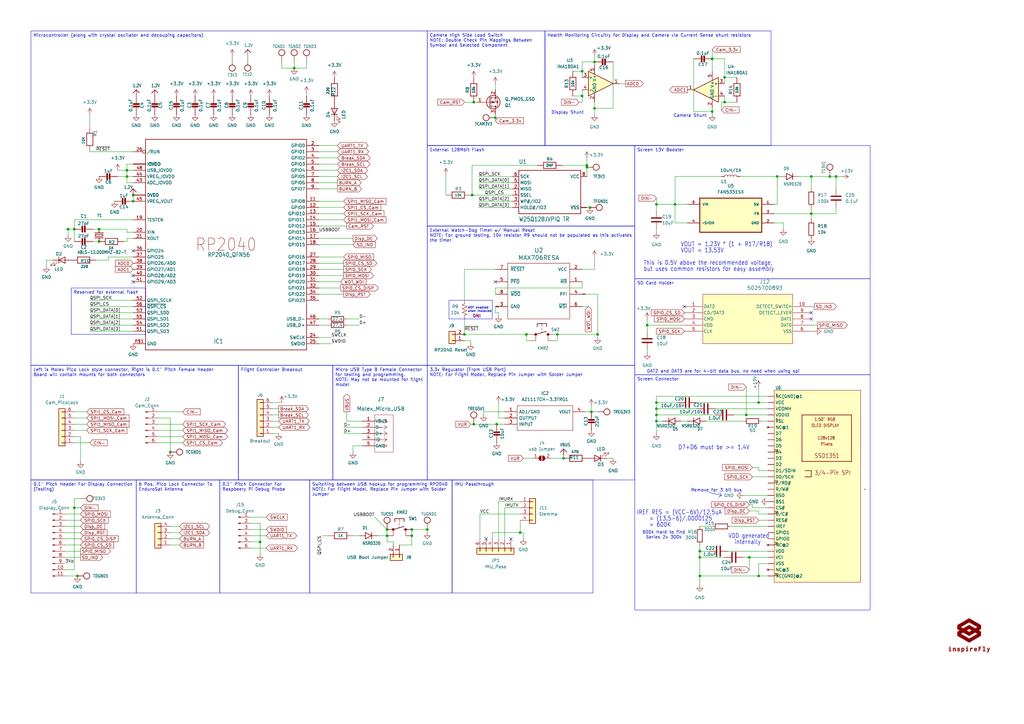
<source format=kicad_sch>
(kicad_sch (version 20231120) (generator "eeschema") (generator_version "8.0")
  (paper "A3")
  (title_block (title "inspireFly Payload Board") (date "2024-01-24") (rev "0.7.3") (company "Author(s): Larsen Van Offeren, Alek Salvetti Tim McEvoy"))
  (junction (at 332.74 72.39))
  (junction (at 243.84 44.45))
  (junction (at 190.5 137.16))
  (junction (at 240.7192 68.5957))
  (junction (at 269.24 172.72))
  (junction (at 332.74 87.63))
  (junction (at 231.14 187.96))
  (junction (at 30.48 208.28))
  (junction (at 287.02 226.06))
  (junction (at 306.07 170.18))
  (junction (at 243.84 25.4))
  (junction (at 120.65 27.94))
  (junction (at 194.31 41.91))
  (junction (at 245.11 137.16))
  (junction (at 265.43 133.35))
  (junction (at 54.61 80.01))
  (junction (at 213.36 218.44))
  (junction (at 168.91 219.71))
  (junction (at 175.26 217.17))
  (junction (at 215.9 137.16))
  (junction (at 307.34 228.6))
  (junction (at 228.6 137.16))
  (junction (at 269.24 167.64))
  (junction (at 54.61 82.55))
  (junction (at 69.85 185.42))
  (junction (at 292.1 45.72))
  (junction (at 158.75 219.71))
  (junction (at 40.64 93.98))
  (junction (at 27.94 93.98))
  (junction (at 287.02 228.6))
  (junction (at 240.7192 67.8337))
  (junction (at 158.75 217.17))
  (junction (at 52.07 72.39))
  (junction (at 203.2 48.26))
  (junction (at 40.64 99.06))
  (junction (at 238.76 29.21))
  (junction (at 241.9892 85.1057))
  (junction (at 297.18 31.75))
  (junction (at 203.708 173.99))
  (junction (at 52.07 69.85))
  (junction (at 194.31 173.99))
  (junction (at 311.15 236.22))
  (junction (at 269.24 83.82))
  (junction (at 297.18 41.91))
  (junction (at 269.24 165.1))
  (junction (at 287.02 236.22))
  (junction (at 269.24 170.18))
  (junction (at 276.86 83.82))
  (junction (at 168.91 217.17))
  (junction (at 193.609 80.01))
  (junction (at 342.9 72.39))
  (junction (at 31.75 236.22))
  (junction (at 106.68 222.25))
  (junction (at 242.57 168.91))
  (junction (at 238.76 39.37))
  (junction (at 340.36 72.39))
  (junction (at 311.15 165.1))
  (junction (at 30.48 93.98))
  (junction (at 292.1 24.13))
  (junction (at 318.77 72.39))
  (no_connect (at 332.74 128.27))
  (no_connect (at 54.61 113.03))
  (no_connect (at 209.55 220.98))
  (no_connect (at 203.2 115.57))
  (no_connect (at 199.39 220.98))
  (no_connect (at 54.61 115.57))
  (no_connect (at 332.74 130.81))
  (no_connect (at 54.61 102.87))
  (no_connect (at 280.67 125.73))
  (wire (pts (xy 158.75 222.25) (xy 158.75 219.71)))
  (wire (pts (xy 115.57 25.4) (xy 115.57 27.94)))
  (wire (pts (xy 342.9 85.09) (xy 342.9 87.63)))
  (wire (pts (xy 140.97 175.26) (xy 148.59 175.26)))
  (wire (pts (xy 306.07 170.18) (xy 314.96 170.18)))
  (wire (pts (xy 327.66 72.39) (xy 332.74 72.39)))
  (wire (pts (xy 30.48 181.61) (xy 36.83 181.61)))
  (wire (pts (xy 115.57 165.1) (xy 111.76 165.1)))
  (wire (pts (xy 26.67 228.6) (xy 33.02 228.6)))
  (wire (pts (xy 269.24 162.56) (xy 269.24 165.1)))
  (wire (pts (xy 240.7192 67.8337) (xy 240.7192 68.5957)))
  (wire (pts (xy 64.77 179.07) (xy 74.93 179.07)))
  (wire (pts (xy 238.76 31.75) (xy 238.76 29.21)))
  (wire (pts (xy 269.24 162.56) (xy 314.96 162.56)))
  (wire (pts (xy 120.65 25.4) (xy 120.65 27.94)))
  (wire (pts (xy 26.67 93.98) (xy 27.94 93.98)))
  (wire (pts (xy 40.64 93.98) (xy 52.07 93.98)))
  (wire (pts (xy 332.74 135.89) (xy 334.01 135.89)))
  (wire (pts (xy 158.75 217.17) (xy 158.75 219.71)))
  (wire (pts (xy 242.57 168.91) (xy 240.03 168.91)))
  (wire (pts (xy 243.84 25.4) (xy 243.84 22.86)))
  (wire (pts (xy 269.24 167.64) (xy 269.24 170.18)))
  (wire (pts (xy 297.18 31.75) (xy 297.18 34.29)))
  (wire (pts (xy 245.11 137.16) (xy 245.11 138.43)))
  (wire (pts (xy 26.67 210.82) (xy 33.02 210.82)))
  (wire (pts (xy 332.74 133.35) (xy 335.28 133.35)))
  (wire (pts (xy 210.2392 82.5657) (xy 196.2692 82.5657)))
  (wire (pts (xy 204.47 165.1) (xy 204.47 171.45)))
  (wire (pts (xy 26.67 213.36) (xy 33.02 213.36)))
  (wire (pts (xy 101.6 24.13) (xy 101.6 22.86)))
  (wire (pts (xy 130.81 130.81) (xy 134.62 130.81)))
  (wire (pts (xy 276.86 72.39) (xy 295.91 72.39)))
  (wire (pts (xy 240.7192 85.1057) (xy 241.9892 85.1057)))
  (wire (pts (xy 198.374 170.18) (xy 198.374 168.91)))
  (wire (pts (xy 242.57 166.37) (xy 242.57 168.91)))
  (wire (pts (xy 125.73 25.4) (xy 125.73 27.94)))
  (wire (pts (xy 332.74 87.63) (xy 342.9 87.63)))
  (wire (pts (xy 251.46 187.96) (xy 248.92 187.96)))
  (wire (pts (xy 295.91 41.91) (xy 297.18 41.91)))
  (wire (pts (xy 304.8 228.6) (xy 307.34 228.6)))
  (wire (pts (xy 204.47 171.45) (xy 207.01 171.45)))
  (wire (pts (xy 238.76 36.83) (xy 238.76 39.37)))
  (wire (pts (xy 130.81 72.39) (xy 138.43 72.39)))
  (wire (pts (xy 142.24 168.91) (xy 142.24 172.72)))
  (wire (pts (xy 314.96 231.14) (xy 311.15 231.14)))
  (wire (pts (xy 238.76 25.4) (xy 238.76 29.21)))
  (wire (pts (xy 52.07 95.25) (xy 52.07 93.98)))
  (wire (pts (xy 148.59 182.88) (xy 144.78 182.88)))
  (wire (pts (xy 69.85 215.9) (xy 73.66 215.9)))
  (wire (pts (xy 289.56 172.72) (xy 304.8 172.72)))
  (wire (pts (xy 201.93 218.44) (xy 213.36 218.44)))
  (wire (pts (xy 298.45 226.06) (xy 314.96 226.06)))
  (wire (pts (xy 52.07 69.85) (xy 54.61 69.85)))
  (wire (pts (xy 311.15 231.14) (xy 311.15 236.22)))
  (wire (pts (xy 130.81 100.33) (xy 144.78 100.33)))
  (wire (pts (xy 278.13 165.1) (xy 269.24 165.1)))
  (wire (pts (xy 26.67 236.22) (xy 31.75 236.22)))
  (wire (pts (xy 130.81 138.43) (xy 135.89 138.43)))
  (wire (pts (xy 269.24 170.18) (xy 293.37 170.18)))
  (wire (pts (xy 44.45 106.68) (xy 44.45 105.41)))
  (wire (pts (xy 190.5 110.49) (xy 190.5 123.19)))
  (wire (pts (xy 40.64 93.98) (xy 38.1 93.98)))
  (wire (pts (xy 196.85 210.82) (xy 196.85 220.98)))
  (wire (pts (xy 130.81 97.79) (xy 144.78 97.79)))
  (wire (pts (xy 269.24 170.18) (xy 269.24 172.72)))
  (wire (pts (xy 307.34 228.6) (xy 307.34 233.68)))
  (wire (pts (xy 33.02 179.07) (xy 30.48 179.07)))
  (wire (pts (xy 33.02 204.47) (xy 30.48 204.47)))
  (wire (pts (xy 64.77 168.91) (xy 74.93 168.91)))
  (wire (pts (xy 287.02 228.6) (xy 287.02 236.22)))
  (wire (pts (xy 52.07 72.39) (xy 52.07 74.93)))
  (wire (pts (xy 203.2 48.26) (xy 203.2 49.53)))
  (wire (pts (xy 102.87 219.71) (xy 109.22 219.71)))
  (wire (pts (xy 292.1 44.45) (xy 292.1 45.72)))
  (wire (pts (xy 265.43 133.35) (xy 280.67 133.35)))
  (polyline (pts (xy 290.83 201.93) (xy 295.91 203.2)))
  (wire (pts (xy 203.708 173.99) (xy 207.01 173.99)))
  (wire (pts (xy 194.3333 80.0257) (xy 210.2392 80.0257)))
  (wire (pts (xy 130.81 77.47) (xy 138.43 77.47)))
  (wire (pts (xy 303.53 72.39) (xy 318.77 72.39)))
  (wire (pts (xy 287.02 236.22) (xy 287.02 240.03)))
  (wire (pts (xy 54.61 80.01) (xy 54.61 82.55)))
  (wire (pts (xy 182.88 71.628) (xy 182.88 80.01)))
  (wire (pts (xy 238.76 29.21) (xy 234.95 29.21)))
  (wire (pts (xy 142.24 172.72) (xy 148.59 172.72)))
  (wire (pts (xy 196.2692 74.9457) (xy 210.2392 74.9457)))
  (wire (pts (xy 130.81 85.09) (xy 140.97 85.09)))
  (wire (pts (xy 210.2392 77.4857) (xy 196.2692 77.4857)))
  (wire (pts (xy 102.87 217.17) (xy 109.22 217.17)))
  (wire (pts (xy 36.83 130.81) (xy 54.61 130.81)))
  (wire (pts (xy 102.87 222.25) (xy 106.68 222.25)))
  (wire (pts (xy 130.81 110.49) (xy 140.97 110.49)))
  (wire (pts (xy 213.36 210.82) (xy 196.85 210.82)))
  (wire (pts (xy 26.67 215.9) (xy 33.02 215.9)))
  (wire (pts (xy 203.2 34.29) (xy 203.2 36.83)))
  (wire (pts (xy 269.24 172.72) (xy 271.78 172.72)))
  (wire (pts (xy 52.07 99.06) (xy 52.07 97.79)))
  (wire (pts (xy 30.48 208.28) (xy 33.02 208.28)))
  (wire (pts (xy 111.76 167.64) (xy 114.3 167.64)))
  (wire (pts (xy 69.85 223.52) (xy 73.66 223.52)))
  (wire (pts (xy 130.81 69.85) (xy 138.43 69.85)))
  (wire (pts (xy 193.609 67.8337) (xy 220.3992 67.8337)))
  (wire (pts (xy 287.02 228.6) (xy 297.18 228.6)))
  (wire (pts (xy 38.1 99.06) (xy 40.64 99.06)))
  (wire (pts (xy 64.77 176.53) (xy 74.93 176.53)))
  (wire (pts (xy 161.29 223.52) (xy 161.29 222.25)))
  (wire (pts (xy 243.84 110.49) (xy 243.84 105.41)))
  (wire (pts (xy 190.5 137.16) (xy 215.9 137.16)))
  (wire (pts (xy 311.15 213.36) (xy 314.96 213.36)))
  (wire (pts (xy 226.06 187.96) (xy 231.14 187.96)))
  (wire (pts (xy 287.02 226.06) (xy 287.02 228.6)))
  (wire (pts (xy 284.48 24.13) (xy 284.48 45.72)))
  (wire (pts (xy 308.61 207.01) (xy 308.61 208.28)))
  (wire (pts (xy 269.24 83.82) (xy 276.86 83.82)))
  (wire (pts (xy 203.2 46.99) (xy 203.2 48.26)))
  (wire (pts (xy 311.15 193.04) (xy 311.15 191.77)))
  (wire (pts (xy 306.07 158.75) (xy 306.07 170.18)))
  (wire (pts (xy 44.45 105.41) (xy 54.61 105.41)))
  (wire (pts (xy 265.43 130.81) (xy 265.43 133.35)))
  (wire (pts (xy 276.86 91.44) (xy 276.86 83.82)))
  (wire (pts (xy 27.94 93.98) (xy 30.48 93.98)))
  (wire (pts (xy 130.81 92.71) (xy 142.24 92.71)))
  (wire (pts (xy 161.29 222.25) (xy 158.75 222.25)))
  (wire (pts (xy 317.5 91.44) (xy 321.31 91.44)))
  (wire (pts (xy 19.05 106.68) (xy 19.05 109.22)))
  (wire (pts (xy 52.07 69.85) (xy 52.07 72.39)))
  (wire (pts (xy 318.77 72.39) (xy 318.77 83.82)))
  (wire (pts (xy 35.56 168.91) (xy 30.48 168.91)))
  (wire (pts (xy 204.47 220.98) (xy 204.47 205.74)))
  (wire (pts (xy 210.2392 72.4057) (xy 196.2692 72.4057)))
  (wire (pts (xy 111.76 177.8) (xy 114.3 177.8)))
  (wire (pts (xy 297.18 41.91) (xy 297.18 39.37)))
  (wire (pts (xy 241.3 125.73) (xy 238.76 125.73)))
  (wire (pts (xy 138.43 62.23) (xy 130.81 62.23)))
  (wire (pts (xy 26.67 220.98) (xy 33.02 220.98)))
  (wire (pts (xy 217.17 137.16) (xy 215.9 137.16)))
  (wire (pts (xy 26.67 233.68) (xy 30.48 233.68)))
  (wire (pts (xy 36.83 133.35) (xy 54.61 133.35)))
  (wire (pts (xy 130.81 82.55) (xy 140.97 82.55)))
  (wire (pts (xy 30.48 208.28) (xy 30.48 233.68)))
  (wire (pts (xy 168.91 217.17) (xy 175.26 217.17)))
  (wire (pts (xy 39.37 106.68) (xy 44.45 106.68)))
  (wire (pts (xy 207.01 220.98) (xy 207.01 208.28)))
  (wire (pts (xy 311.15 165.1) (xy 314.96 165.1)))
  (wire (pts (xy 48.26 72.39) (xy 52.07 72.39)))
  (wire (pts (xy 130.81 67.31) (xy 138.43 67.31)))
  (wire (pts (xy 269.24 81.28) (xy 269.24 83.82)))
  (wire (pts (xy 54.61 125.73) (xy 36.83 125.73)))
  (wire (pts (xy 106.68 214.63) (xy 106.68 222.25)))
  (wire (pts (xy 54.61 95.25) (xy 52.07 95.25)))
  (wire (pts (xy 193.609 67.8337) (xy 193.609 80.01)))
  (wire (pts (xy 203.2 118.11) (xy 238.76 118.11)))
  (wire (pts (xy 130.81 87.63) (xy 140.97 87.63)))
  (wire (pts (xy 243.84 41.91) (xy 243.84 44.45)))
  (wire (pts (xy 130.81 113.03) (xy 140.97 113.03)))
  (wire (pts (xy 190.5 41.91) (xy 194.31 41.91)))
  (wire (pts (xy 35.56 171.45) (xy 30.48 171.45)))
  (wire (pts (xy 54.61 74.93) (xy 52.07 74.93)))
  (wire (pts (xy 238.76 110.49) (xy 243.84 110.49)))
  (wire (pts (xy 50.8 99.06) (xy 52.07 99.06)))
  (wire (pts (xy 130.81 105.41) (xy 140.97 105.41)))
  (wire (pts (xy 111.76 170.18) (xy 114.3 170.18)))
  (wire (pts (xy 196.2692 85.1057) (xy 210.2392 85.1057)))
  (wire (pts (xy 130.81 59.69) (xy 138.43 59.69)))
  (wire (pts (xy 102.87 214.63) (xy 106.68 214.63)))
  (wire (pts (xy 304.8 203.2) (xy 314.96 203.2)))
  (wire (pts (xy 292.1 215.9) (xy 287.02 215.9)))
  (wire (pts (xy 130.81 133.35) (xy 134.62 133.35)))
  (wire (pts (xy 300.99 170.18) (xy 306.07 170.18)))
  (wire (pts (xy 284.48 45.72) (xy 292.1 45.72)))
  (wire (pts (xy 285.75 165.1) (xy 311.15 165.1)))
  (wire (pts (xy 130.81 107.95) (xy 140.97 107.95)))
  (wire (pts (xy 190.5 110.49) (xy 203.2 110.49)))
  (wire (pts (xy 30.48 93.98) (xy 30.48 99.06)))
  (wire (pts (xy 154.94 219.71) (xy 158.75 219.71)))
  (wire (pts (xy 227.33 137.16) (xy 228.6 137.16)))
  (wire (pts (xy 297.18 24.13) (xy 292.1 24.13)))
  (wire (pts (xy 265.43 133.35) (xy 265.43 135.89)))
  (wire (pts (xy 64.77 173.99) (xy 74.93 173.99)))
  (wire (pts (xy 302.26 31.75) (xy 297.18 31.75)))
  (wire (pts (xy 175.26 217.17) (xy 175.26 218.44)))
  (wire (pts (xy 144.78 219.71) (xy 147.32 219.71)))
  (wire (pts (xy 54.61 123.19) (xy 36.83 123.19)))
  (wire (pts (xy 35.56 173.99) (xy 30.48 173.99)))
  (wire (pts (xy 203.2 128.27) (xy 203.2 125.73)))
  (wire (pts (xy 297.18 24.13) (xy 297.18 31.75)))
  (wire (pts (xy 318.77 72.39) (xy 320.04 72.39)))
  (wire (pts (xy 287.02 226.06) (xy 290.83 226.06)))
  (wire (pts (xy 269.24 93.98) (xy 269.24 95.25)))
  (wire (pts (xy 194.31 41.91) (xy 195.58 41.91)))
  (wire (pts (xy 269.24 172.72) (xy 269.24 177.8)))
  (wire (pts (xy 213.36 218.44) (xy 214.63 218.44)))
  (wire (pts (xy 142.24 133.35) (xy 147.32 133.35)))
  (wire (pts (xy 243.84 44.45) (xy 243.84 46.99)))
  (wire (pts (xy 311.15 236.22) (xy 314.96 236.22)))
  (wire (pts (xy 245.11 120.65) (xy 245.11 137.16)))
  (wire (pts (xy 276.86 72.39) (xy 276.86 83.82)))
  (wire (pts (xy 245.11 168.91) (xy 242.57 168.91)))
  (wire (pts (xy 125.73 38.1) (xy 125.73 39.37)))
  (wire (pts (xy 295.91 41.91) (xy 295.91 45.085)))
  (wire (pts (xy 52.07 67.31) (xy 52.07 69.85)))
  (wire (pts (xy 33.02 189.23) (xy 33.02 179.07)))
  (wire (pts (xy 318.77 83.82) (xy 317.5 83.82)))
  (wire (pts (xy 102.87 224.79) (xy 109.22 224.79)))
  (wire (pts (xy 168.91 219.71) (xy 168.91 223.52)))
  (wire (pts (xy 238.76 25.4) (xy 243.84 25.4)))
  (wire (pts (xy 30.48 204.47) (xy 30.48 208.28)))
  (wire (pts (xy 36.83 46.99) (xy 36.83 52.07)))
  (wire (pts (xy 26.67 226.06) (xy 33.02 226.06)))
  (wire (pts (xy 311.15 191.77) (xy 308.61 191.77)))
  (polyline (pts (xy 184.15 123.19) (xy 201.93 123.19)))
  (wire (pts (xy 292.1 45.72) (xy 292.1 46.99)))
  (wire (pts (xy 207.01 208.28) (xy 213.36 208.28)))
  (wire (pts (xy 48.26 69.85) (xy 52.07 69.85)))
  (wire (pts (xy 243.84 44.45) (xy 251.46 44.45)))
  (wire (pts (xy 140.97 177.8) (xy 148.59 177.8)))
  (wire (pts (xy 194.31 173.99) (xy 203.708 173.99)))
  (wire (pts (xy 215.9 137.16) (xy 215.9 139.7)))
  (wire (pts (xy 281.94 91.44) (xy 276.86 91.44)))
  (wire (pts (xy 292.1 24.13) (xy 292.1 29.21)))
  (wire (pts (xy 21.59 106.68) (xy 19.05 106.68)))
  (wire (pts (xy 332.74 125.73) (xy 334.01 125.73)))
  (wire (pts (xy 279.4 172.72) (xy 281.94 172.72)))
  (wire (pts (xy 311.15 209.55) (xy 311.15 210.82)))
  (wire (pts (xy 130.81 74.93) (xy 138.43 74.93)))
  (wire (pts (xy 228.6 137.16) (xy 245.11 137.16)))
  (wire (pts (xy 142.24 130.81) (xy 147.32 130.81)))
  (wire (pts (xy 193.04 173.99) (xy 194.31 173.99)))
  (wire (pts (xy 54.61 67.31) (xy 52.07 67.31)))
  (wire (pts (xy 26.67 218.44) (xy 33.02 218.44)))
  (wire (pts (xy 237.49 41.91) (xy 238.76 41.91)))
  (polyline (pts (xy 184.15 130.81) (xy 184.15 123.19)))
  (wire (pts (xy 130.81 64.77) (xy 138.43 64.77)))
  (wire (pts (xy 230.5592 67.8337) (xy 240.7192 67.8337)))
  (wire (pts (xy 332.74 72.39) (xy 340.36 72.39)))
  (wire (pts (xy 203.2 120.65) (xy 203.2 118.11)))
  (wire (pts (xy 95.25 24.13) (xy 95.25 22.86)))
  (wire (pts (xy 238.76 115.57) (xy 238.76 118.11)))
  (wire (pts (xy 163.83 223.52) (xy 168.91 223.52)))
  (wire (pts (xy 52.07 72.39) (xy 54.61 72.39)))
  (wire (pts (xy 342.9 72.39) (xy 345.44 72.39)))
  (wire (pts (xy 130.81 90.17) (xy 140.97 90.17)))
  (wire (pts (xy 144.78 182.88) (xy 144.78 185.42)))
  (polyline (pts (xy 294.64 203.962) (xy 295.91 203.2)))
  (wire (pts (xy 276.86 83.82) (xy 281.94 83.82)))
  (wire (pts (xy 269.24 165.1) (xy 269.24 167.64)))
  (wire (pts (xy 193.609 80.01) (xy 193.04 80.01)))
  (polyline (pts (xy 201.93 130.81) (xy 184.15 130.81)))
  (wire (pts (xy 130.81 120.65) (xy 140.97 120.65)))
  (wire (pts (xy 227.33 139.7) (xy 228.6 139.7)))
  (wire (pts (xy 314.96 193.04) (xy 311.15 193.04)))
  (wire (pts (xy 243.84 25.4) (xy 243.84 26.67)))
  (wire (pts (xy 217.17 139.7) (xy 215.9 139.7)))
  (wire (pts (xy 64.77 181.61) (xy 74.93 181.61)))
  (wire (pts (xy 201.93 220.98) (xy 201.93 218.44)))
  (wire (pts (xy 115.57 27.94) (xy 120.65 27.94)))
  (wire (pts (xy 292.1 20.32) (xy 292.1 24.13)))
  (wire (pts (xy 26.67 223.52) (xy 33.02 223.52)))
  (wire (pts (xy 269.24 83.82) (xy 269.24 86.36)))
  (wire (pts (xy 111.76 172.72) (xy 114.3 172.72)))
  (wire (pts (xy 311.15 158.75) (xy 311.15 165.1)))
  (wire (pts (xy 312.42 172.72) (xy 314.96 172.72)))
  (wire (pts (xy 106.68 222.25) (xy 106.68 227.33)))
  (wire (pts (xy 130.81 140.97) (xy 135.89 140.97)))
  (wire (pts (xy 69.85 171.45) (xy 69.85 185.42)))
  (wire (pts (xy 299.72 215.9) (xy 314.96 215.9)))
  (wire (pts (xy 54.61 62.23) (xy 36.83 62.23)))
  (wire (pts (xy 308.61 195.58) (xy 314.96 195.58)))
  (wire (pts (xy 52.07 97.79) (xy 54.61 97.79)))
  (wire (pts (xy 204.47 205.74) (xy 213.36 205.74)))
  (wire (pts (xy 308.61 208.28) (xy 314.96 208.28)))
  (wire (pts (xy 307.34 207.01) (xy 308.61 207.01)))
  (wire (pts (xy 321.31 91.44) (xy 321.31 93.98)))
  (wire (pts (xy 30.48 90.17) (xy 30.48 93.98)))
  (wire (pts (xy 35.56 176.53) (xy 30.48 176.53)))
  (wire (pts (xy 214.63 187.96) (xy 218.44 187.96)))
  (wire (pts (xy 27.94 96.52) (xy 27.94 93.98)))
  (wire (pts (xy 332.74 87.63) (xy 332.74 90.17)))
  (wire (pts (xy 190.5 139.7) (xy 193.04 139.7)))
  (wire (pts (xy 231.14 186.69) (xy 231.14 187.96)))
  (wire (pts (xy 190.5 130.81) (xy 190.5 137.16)))
  (wire (pts (xy 302.26 41.91) (xy 297.18 41.91)))
  (wire (pts (xy 109.22 212.09) (xy 102.87 212.09)))
  (wire (pts (xy 130.81 115.57) (xy 139.7 115.57)))
  (wire (pts (xy 64.77 171.45) (xy 69.85 171.45)))
  (wire (pts (xy 287.02 236.22) (xy 311.15 236.22)))
  (wire (pts (xy 240.7192 64.7857) (xy 240.7192 67.8337)))
  (wire (pts (xy 69.85 220.98) (xy 73.66 220.98)))
  (wire (pts (xy 69.85 218.44) (xy 73.66 218.44)))
  (polyline (pts (xy 201.93 123.19) (xy 201.93 130.81)))
  (wire (pts (xy 130.81 118.11) (xy 139.7 118.11)))
  (wire (pts (xy 214.63 218.44) (xy 214.63 220.98)))
  (wire (pts (xy 311.15 210.82) (xy 314.96 210.82)))
  (wire (pts (xy 125.73 27.94) (xy 120.65 27.94)))
  (wire (pts (xy 213.36 213.36) (xy 213.36 218.44)))
  (wire (pts (xy 240.7192 68.5957) (xy 240.7192 72.4057)))
  (wire (pts (xy 332.74 72.39) (xy 332.74 77.47)))
  (wire (pts (xy 194.3333 80.01) (xy 194.3333 80.0257)))
  (wire (pts (xy 193.04 139.7) (xy 193.04 140.97)))
  (wire (pts (xy 153.67 212.09) (xy 158.75 217.17)))
  (wire (pts (xy 198.374 168.91) (xy 207.01 168.91)))
  (wire (pts (xy 228.6 139.7) (xy 228.6 137.16)))
  (wire (pts (xy 340.36 72.39) (xy 342.9 72.39)))
  (polyline (pts (xy 295.148 201.93) (xy 295.91 203.2)))
  (wire (pts (xy 36.83 128.27) (xy 54.61 128.27)))
  (wire (pts (xy 265.43 143.51) (xy 265.43 144.78)))
  (wire (pts (xy 285.75 167.64) (xy 269.24 167.64)))
  (wire (pts (xy 132.08 219.71) (xy 134.62 219.71)))
  (wire (pts (xy 114.3 175.26) (xy 111.76 175.26)))
  (wire (pts (xy 36.83 135.89) (xy 54.61 135.89)))
  (wire (pts (xy 342.9 72.39) (xy 342.9 77.47)))
  (wire (pts (xy 204.47 128.27) (xy 204.47 129.54)))
  (wire (pts (xy 168.91 217.17) (xy 168.91 219.71)))
  (wire (pts (xy 332.74 85.09) (xy 332.74 87.63)))
  (wire (pts (xy 332.74 87.63) (xy 317.5 87.63)))
  (wire (pts (xy 238.76 41.91) (xy 238.76 39.37)))
  (wire (pts (xy 194.3333 80.01) (xy 193.609 80.01)))
  (wire (pts (xy 234.95 39.37) (xy 238.76 39.37)))
  (wire (pts (xy 251.46 25.4) (xy 251.46 44.45)))
  (wire (pts (xy 287.02 223.52) (xy 287.02 226.06)))
  (wire (pts (xy 204.47 128.27) (xy 203.2 128.27)))
  (wire (pts (xy 307.34 228.6) (xy 314.96 228.6)))
  (wire (pts (xy 238.76 120.65) (xy 245.11 120.65)))
  (wire (pts (xy 54.61 90.17) (xy 30.48 90.17)))
  (wire (pts (xy 293.37 167.64) (xy 314.96 167.64)))
  (wire (pts (xy 254 34.29) (xy 256.54 34.29)))
  (wire (pts (xy 307.34 209.55) (xy 311.15 209.55)))
  (text_box "Left is Molex Pico Lock style connector, Right is 0.1\" Pitch Female Header\nBoard will contain mounts for both connectors" (at 12.7 149.86 0) (size 85.09 46.99) (effects (font (size 1.27 1.27)) (justify left top)))
  (text_box "Screen 13V Booster\n" (at 260.35 59.69 0) (size 96.52 54.61) (effects (font (size 1.27 1.27)) (justify left top)))
  (text_box "Screen Connector\n" (at 260.35 153.67 0) (size 96.52 96.52) (effects (font (size 1.27 1.27)) (justify left top)))
  (text_box "Micro USB Type B Female Connector for testing and programming.\nNOTE: May not be mounted for flight model" (at 136.525 149.86 0) (size 38.735 46.99) (effects (font (size 1.27 1.27)) (justify left top)))
  (text_box "Camera High Side Load Switch\nNOTE: Double Check Pin Mappings Between Symbol and Selected Component" (at 175.26 12.7 0) (size 48.26 46.99) (effects (font (size 1.27 1.27)) (justify left top)))
  (text_box "Flight Controller Breakout\n" (at 97.79 149.86 0) (size 38.735 46.99) (effects (font (size 1.27 1.27)) (justify left top)))
  (text_box "Reserved for external flash\n" (at 29.21 118.11 0) (size 30.48 19.05) (effects (font (size 1.27 1.27)) (justify left top)))
  (text_box "3.3v Regulator (From USB Port)\nNOTE: For Flight Model, Replace Pin Jumper with Solder Jumper" (at 175.26 149.86 0) (size 85.09 46.99) (effects (font (size 1.27 1.27)) (justify left top)))
  (text_box "IMU Passthrough" (at 185.42 196.85 0) (size 57.785 46.355) (effects (font (size 1.27 1.27)) (justify left top)))
  (text_box "Microcontroller (along with crystal oscilator and decouping capacitors)" (at 12.7 12.7 0) (size 162.56 137.16) (effects (font (size 1.27 1.27)) (justify left top)))
  (text_box "0.1\" Pitch Connector For Raspbeery Pi Debug Probe\n" (at 90.17 196.85 0) (size 36.83 46.355) (effects (font (size 1.27 1.27)) (justify left top)))
  (text_box "SD Card Holder" (at 260.35 114.3 0) (size 96.52 39.37) (effects (font (size 1.27 1.27)) (justify left top)))
  (text_box "0.1\" Pitch Header For Display Connection (Testing)" (at 12.7 196.85 0) (size 43.18 46.355) (effects (font (size 1.27 1.27)) (justify left top)))
  (text_box "6 Pos. Pico Lock Connector To EnduroSat Antenna\n" (at 55.88 196.85 0) (size 34.29 46.355) (effects (font (size 1.27 1.27)) (justify left top)))
  (text_box "External Watch-Dog Timer w/ Manual Reset\nNOTE: For ground testing, 10k resistor R9 should not be populated as this activates the timer\n" (at 175.26 92.71 0) (size 85.09 57.15) (effects (font (size 1.27 1.27)) (justify left top)))
  (text_box "Switching between USB hookup for programming RP2040 \nNOTE: For Flight Model, Replace Pin Jumper with Solder Jumper\n" (at 127 196.85 0) (size 58.42 46.355) (effects (font (size 1.27 1.27)) (justify left top)))
  (text_box "Health Monitoring Circuitry for Display and Camera via Current Sense shunt resistors" (at 223.52 12.7 0) (size 92.71 46.99) (effects (font (size 1.27 1.27)) (justify left top)))
  (text_box "External 128Mbit Flash\n" (at 175.26 59.69 0) (size 85.09 33.02) (effects (font (size 1.27 1.27)) (justify left top)))
  (text "internally" (at 301.244 223.52 0) (effects (font (size 1.778 1.5113)) (justify left bottom)))
  (text "Display Shunt" (at 226.06 46.99 0) (effects (font (size 1.27 1.27)) (justify left bottom)))
  (text "= (13.5-6)/.0000125" (at 266.192 213.868 0) (effects (font (size 1.778 1.5113)) (justify left bottom)))
  (text "D7+D6 must be >= 1.4V" (at 278.13 184.658 0) (effects (font (size 1.778 1.5113)) (justify left bottom)))
  (text "VDD generated" (at 298.704 220.98 0) (effects (font (size 1.778 1.5113)) (justify left bottom)))
  (text "VOUT = 13.53V" (at 279.146 103.886 0) (effects (font (size 1.778 1.5113)) (justify left bottom)))
  (text "WDT enabled\nwhen installed" (at 191.77 128.27 0) (effects (font (size 0.889 0.889)) (justify left bottom)))
  (text "VOUT = 1.23V * (1 + R17/R18)" (at 279.146 101.346 0) (effects (font (size 1.778 1.5113)) (justify left bottom)))
  (text "Camera Shunt" (at 276.225 48.26 0) (effects (font (size 1.27 1.27)) (justify left bottom)))
  (text "This is 0.5V above the recommended voltage," (at 263.906 108.966 0) (effects (font (size 1.778 1.5113)) (justify left bottom)))
  (text "but uses common resistors for easy assembly" (at 263.906 111.506 0) (effects (font (size 1.778 1.5113)) (justify left bottom)))
  (text "600k Hard to find\nSeries 2x 300k" (at 272.288 219.456 0) (effects (font (size 1.27 1.27))))
  (text "Remove for 3 bit bus\n" (at 293.878 201.168 0) (effects (font (size 1.27 1.27))))
  (text "= 600K" (at 266.192 216.408 0) (effects (font (size 1.778 1.5113)) (justify left bottom)))
  (text "IREF RES = (VCC-6V)/12.5uA" (at 261.112 211.328 0) (effects (font (size 1.778 1.5113)) (justify left bottom)))
  (text "DAT2 and DAT3 are for 4-bit data bus, no need when using spi\n" (at 296.672 152.4 0) (effects (font (size 1.27 1.27))))
  (label "~{RESET}" (at 190.5 135.89 0) (effects (font (size 1.2446 1.2446))))
  (label "QSPI_CS" (at 198.8092 80.0257 0) (effects (font (size 1.2446 1.2446))))
  (label "D+" (at 140.97 177.8 0) (effects (font (size 1.2446 1.2446))))
  (label "USBBOOT" (at 130.81 95.25 0) (effects (font (size 1.2446 1.2446))))
  (label "QSPI_SCK" (at 36.83 123.19 0) (effects (font (size 1.2446 1.2446))))
  (label "SWDIO" (at 135.89 140.97 0) (effects (font (size 1.2446 1.2446))))
  (label "QSPI_SCK" (at 196.2692 72.4057 0) (effects (font (size 1.2446 1.2446))))
  (label "QSPI_DATA[1]" (at 196.2692 77.4857 0) (effects (font (size 1.2446 1.2446))))
  (label "USBBOOT" (at 153.67 212.09 180) (effects (font (size 1.2446 1.2446))))
  (label "QSPI_DATA[3]" (at 196.2692 85.1057 0) (effects (font (size 1.2446 1.2446))))
  (label "D-" (at 147.32 130.81 0) (effects (font (size 1.2446 1.2446))))
  (label "QSPI_DATA[2]" (at 36.83 133.35 0) (effects (font (size 1.2446 1.2446))))
  (label "VCC" (at 196.85 210.82 0))
  (label "SWCLK" (at 135.89 138.43 0) (effects (font (size 1.2446 1.2446))))
  (label "QSPI_DATA[0]" (at 196.2692 74.9457 0) (effects (font (size 1.2446 1.2446))))
  (label "QSPI_CS" (at 36.83 125.73 0) (effects (font (size 1.2446 1.2446))))
  (label "QSPI_DATA[1]" (at 36.83 130.81 0) (effects (font (size 1.2446 1.2446))))
  (label "3Vo" (at 26.67 231.14 0))
  (label "D+" (at 147.32 133.35 0) (effects (font (size 1.2446 1.2446))))
  (label "QSPI_CS" (at 132.08 219.71 270) (effects (font (size 1.2446 1.2446))))
  (label "IMURX" (at 204.47 205.74 0))
  (label "D-" (at 140.97 175.26 0) (effects (font (size 1.2446 1.2446))))
  (label "QSPI_DATA[0]" (at 36.83 128.27 0) (effects (font (size 1.2446 1.2446))))
  (label "QSPI_DATA[2]" (at 196.2692 82.5657 0) (effects (font (size 1.2446 1.2446))))
  (label "QSPI_DATA[3]" (at 36.83 135.89 0) (effects (font (size 1.2446 1.2446))))
  (label "IMUTX" (at 207.01 208.28 0))
  (label "~{RESET}" (at 39.37 62.23 0) (effects (font (size 1.2446 1.2446))))
  (global_label "SPI0_MISO" (shape output) (at 33.02 226.06 0) (property "Intersheetrefs" "${INTERSHEET_REFS}" (effects (hide yes))))
  (global_label "ADC1" (shape input) (at 54.61 110.49 180) (property "Intersheetrefs" "${INTERSHEET_REFS}" (effects (hide yes))))
  (global_label "SPI0_CS_SD" (shape input) (at 280.67 128.27 180) (property "Intersheetrefs" "${INTERSHEET_REFS}" (effects (hide yes))))
  (global_label "UART1_RX" (shape bidirectional) (at 114.3 175.26 0) (property "Intersheetrefs" "${INTERSHEET_REFS}" (effects (hide yes))))
  (global_label "Disp_DC" (shape output) (at 144.78 97.79 0) (property "Intersheetrefs" "${INTERSHEET_REFS}" (effects (hide yes))))
  (global_label "Disp_DC" (shape input) (at 33.02 215.9 0) (property "Intersheetrefs" "${INTERSHEET_REFS}" (effects (hide yes))))
  (global_label "SPI0_CS_DISP" (shape output) (at 139.7 118.11 0) (property "Intersheetrefs" "${INTERSHEET_REFS}" (effects (hide yes))))
  (global_label "I2C1_SCL" (shape bidirectional) (at 138.43 72.39 0) (property "Intersheetrefs" "${INTERSHEET_REFS}" (effects (hide yes))))
  (global_label "Cam_RST" (shape output) (at 142.24 92.71 0) (property "Intersheetrefs" "${INTERSHEET_REFS}" (effects (hide yes))))
  (global_label "SPI0_CS_SD" (shape input) (at 33.02 223.52 0) (property "Intersheetrefs" "${INTERSHEET_REFS}" (effects (hide yes))))
  (global_label "UART1_RX" (shape bidirectional) (at 109.22 224.79 0) (property "Intersheetrefs" "${INTERSHEET_REFS}" (effects (hide yes))))
  (global_label "SWDIO" (shape input) (at 109.22 217.17 0) (property "Intersheetrefs" "${INTERSHEET_REFS}" (effects (hide yes))))
  (global_label "Disp_RST" (shape input) (at 311.15 213.36 180) (property "Intersheetrefs" "${INTERSHEET_REFS}" (effects (hide yes))))
  (global_label "SPI1_MISO_Cam" (shape bidirectional) (at 74.93 176.53 0) (property "Intersheetrefs" "${INTERSHEET_REFS}" (effects (hide yes))))
  (global_label "I2C1_SDA" (shape bidirectional) (at 73.66 218.44 0) (property "Intersheetrefs" "${INTERSHEET_REFS}" (effects (hide yes))))
  (global_label "SPI0_SCK" (shape input) (at 33.02 213.36 0) (property "Intersheetrefs" "${INTERSHEET_REFS}" (effects (hide yes))))
  (global_label "Break_SDA" (shape bidirectional) (at 138.43 64.77 0) (property "Intersheetrefs" "${INTERSHEET_REFS}" (effects (hide yes))))
  (global_label "CIN-" (shape input) (at 295.91 45.085 0) (property "Intersheetrefs" "${INTERSHEET_REFS}" (effects (hide yes))))
  (global_label "VBUS" (shape output) (at 142.24 168.91 90) (property "Intersheetrefs" "${INTERSHEET_REFS}" (effects (hide yes))))
  (global_label "ADC1" (shape output) (at 281.94 36.83 180) (property "Intersheetrefs" "${INTERSHEET_REFS}" (effects (hide yes))))
  (global_label "ADC0" (shape input) (at 54.61 107.95 180) (property "Intersheetrefs" "${INTERSHEET_REFS}" (effects (hide yes))))
  (global_label "SPI0_CS_DISP" (shape input) (at 307.34 207.01 180) (property "Intersheetrefs" "${INTERSHEET_REFS}" (effects (hide yes))))
  (global_label "SPI1_SCK_Cam" (shape input) (at 35.56 176.53 0) (property "Intersheetrefs" "${INTERSHEET_REFS}" (effects (hide yes))))
  (global_label "SPI0_SCK" (shape input) (at 280.67 135.89 180) (property "Intersheetrefs" "${INTERSHEET_REFS}" (effects (hide yes))))
  (global_label "SPI1_SCK_Cam" (shape bidirectional) (at 74.93 173.99 0) (property "Intersheetrefs" "${INTERSHEET_REFS}" (effects (hide yes))))
  (global_label "SPI1_SCK_Cam" (shape input) (at 140.97 87.63 0) (property "Intersheetrefs" "${INTERSHEET_REFS}" (effects (hide yes))))
  (global_label "GND" (shape bidirectional) (at 238.76 120.65 0) (effects (font (size 0.254 0.254))) (property "Intersheetrefs" "${INTERSHEET_REFS}" (effects (hide yes))))
  (global_label "SPI0_MISO" (shape input) (at 140.97 105.41 0) (property "Intersheetrefs" "${INTERSHEET_REFS}" (effects (hide yes))))
  (global_label "Cam_RST" (shape input) (at 190.5 41.91 180) (property "Intersheetrefs" "${INTERSHEET_REFS}" (effects (hide yes))))
  (global_label "UART1_TX" (shape bidirectional) (at 138.43 59.69 0) (property "Intersheetrefs" "${INTERSHEET_REFS}" (effects (hide yes))))
  (global_label "SPI1_MISO_Cam" (shape input) (at 140.97 82.55 0) (property "Intersheetrefs" "${INTERSHEET_REFS}" (effects (hide yes))))
  (global_label "DIN-" (shape input) (at 237.49 41.91 180) (property "Intersheetrefs" "${INTERSHEET_REFS}" (effects (hide yes))))
  (global_label "SPI0_MOSI" (shape output) (at 140.97 113.03 0) (property "Intersheetrefs" "${INTERSHEET_REFS}" (effects (hide yes))))
  (global_label "ADC0" (shape output) (at 256.54 34.29 0) (property "Intersheetrefs" "${INTERSHEET_REFS}" (effects (hide yes))))
  (global_label "VUR" (shape input) (at 193.04 173.99 180) (property "Intersheetrefs" "${INTERSHEET_REFS}" (effects (hide yes))))
  (global_label "Cam_3.3v" (shape input) (at 292.1 20.32 0) (property "Intersheetrefs" "${INTERSHEET_REFS}" (effects (hide yes))))
  (global_label "SPI0_MISO" (shape output) (at 335.28 133.35 0) (property "Intersheetrefs" "${INTERSHEET_REFS}" (effects (hide yes))))
  (global_label "Disp_DC" (shape input) (at 307.34 209.55 180) (property "Intersheetrefs" "${INTERSHEET_REFS}" (effects (hide yes))))
  (global_label "SWCLK" (shape input) (at 109.22 212.09 0) (property "Intersheetrefs" "${INTERSHEET_REFS}" (effects (hide yes))))
  (global_label "UART1_RX" (shape bidirectional) (at 138.43 62.23 0) (property "Intersheetrefs" "${INTERSHEET_REFS}" (effects (hide yes))))
  (global_label "SPI1_CS_Cam" (shape input) (at 35.56 168.91 0) (property "Intersheetrefs" "${INTERSHEET_REFS}" (effects (hide yes))))
  (global_label "GND" (shape bidirectional) (at 203.2 125.73 0) (effects (font (size 0.254 0.254))) (property "Intersheetrefs" "${INTERSHEET_REFS}" (effects (hide yes))))
  (global_label "DIN-" (shape input) (at 33.02 208.28 0) (property "Intersheetrefs" "${INTERSHEET_REFS}" (effects (hide yes))))
  (global_label "DIN-" (shape input) (at 307.34 233.68 180) (property "Intersheetrefs" "${INTERSHEET_REFS}" (effects (hide yes))))
  (global_label "VUR" (shape input) (at 214.63 187.96 180) (property "Intersheetrefs" "${INTERSHEET_REFS}" (effects (hide yes))))
  (global_label "SPI0_MOSI" (shape input) (at 33.02 210.82 0) (property "Intersheetrefs" "${INTERSHEET_REFS}" (effects (hide yes))))
  (global_label "SPI1_CS_Cam" (shape input) (at 140.97 85.09 0) (property "Intersheetrefs" "${INTERSHEET_REFS}" (effects (hide yes))))
  (global_label "I2C1_SDA" (shape bidirectional) (at 138.43 69.85 0) (property "Intersheetrefs" "${INTERSHEET_REFS}" (effects (hide yes))))
  (global_label "SD_IND" (shape output) (at 334.01 125.73 0) (property "Intersheetrefs" "${INTERSHEET_REFS}" (effects (hide yes))))
  (global_label "SPI1_MOSI_Cam" (shape input) (at 140.97 90.17 0) (property "Intersheetrefs" "${INTERSHEET_REFS}" (effects (hide yes))))
  (global_label "BURN_A" (shape input) (at 73.66 220.98 0) (property "Intersheetrefs" "${INTERSHEET_REFS}" (effects (hide yes))))
  (global_label "Disp_RST" (shape output) (at 140.97 120.65 0) (property "Intersheetrefs" "${INTERSHEET_REFS}" (effects (hide yes))))
  (global_label "UART1_TX" (shape bidirectional) (at 114.3 172.72 0) (property "Intersheetrefs" "${INTERSHEET_REFS}" (effects (hide yes))))
  (global_label "DIN-" (shape input) (at 306.07 158.75 180) (property "Intersheetrefs" "${INTERSHEET_REFS}" (effects (hide yes))))
  (global_label "UART1_TX" (shape bidirectional) (at 109.22 219.71 0) (property "Intersheetrefs" "${INTERSHEET_REFS}" (effects (hide yes))))
  (global_label "DIN-" (shape input) (at 269.24 81.28 180) (property "Intersheetrefs" "${INTERSHEET_REFS}" (effects (hide yes))))
  (global_label "Break_SDA" (shape output) (at 114.3 167.64 0) (property "Intersheetrefs" "${INTERSHEET_REFS}" (effects (hide yes))))
  (global_label "Break_SCL" (shape bidirectional) (at 138.43 67.31 0) (property "Intersheetrefs" "${INTERSHEET_REFS}" (effects (hide yes))))
  (global_label "SPI1_MOSI_Cam" (shape bidirectional) (at 74.93 179.07 0) (property "Intersheetrefs" "${INTERSHEET_REFS}" (effects (hide yes))))
  (global_label "WDT_WDI" (shape input) (at 241.3 125.73 270) (property "Intersheetrefs" "${INTERSHEET_REFS}" (effects (hide yes))))
  (global_label "BURN_A" (shape output) (at 138.43 74.93 0) (property "Intersheetrefs" "${INTERSHEET_REFS}" (effects (hide yes))))
  (global_label "SPI0_CS_DISP" (shape input) (at 33.02 220.98 0) (property "Intersheetrefs" "${INTERSHEET_REFS}" (effects (hide yes))))
  (global_label "CIN-" (shape input) (at 74.93 168.91 0) (property "Intersheetrefs" "${INTERSHEET_REFS}" (effects (hide yes))))
  (global_label "Break_SCL" (shape output) (at 114.3 170.18 0) (property "Intersheetrefs" "${INTERSHEET_REFS}" (effects (hide yes))))
  (global_label "SPI1_CS_Cam" (shape bidirectional) (at 74.93 181.61 0) (property "Intersheetrefs" "${INTERSHEET_REFS}" (effects (hide yes))))
  (global_label "SPI0_SCK" (shape output) (at 140.97 110.49 0) (property "Intersheetrefs" "${INTERSHEET_REFS}" (effects (hide yes))))
  (global_label "Cam_3.3v" (shape input) (at 203.2 49.53 0) (property "Intersheetrefs" "${INTERSHEET_REFS}" (effects (hide yes))))
  (global_label "BURN_B" (shape input) (at 73.66 223.52 0) (property "Intersheetrefs" "${INTERSHEET_REFS}" (effects (hide yes))))
  (global_label "SPI0_SCK" (shape input) (at 308.61 195.58 180) (property "Intersheetrefs" "${INTERSHEET_REFS}" (effects (hide yes))))
  (global_label "SPI1_MOSI_Cam" (shape input) (at 35.56 171.45 0) (property "Intersheetrefs" "${INTERSHEET_REFS}" (effects (hide yes))))
  (global_label "CIN-" (shape input) (at 36.83 181.61 0) (property "Intersheetrefs" "${INTERSHEET_REFS}" (effects (hide yes))))
  (global_label "SPI0_MOSI" (shape input) (at 308.61 191.77 180) (property "Intersheetrefs" "${INTERSHEET_REFS}" (effects (hide yes))))
  (global_label "SPI1_MISO_Cam" (shape input) (at 35.56 173.99 0) (property "Intersheetrefs" "${INTERSHEET_REFS}" (effects (hide yes))))
  (global_label "BURN_B" (shape output) (at 138.43 77.47 0) (property "Intersheetrefs" "${INTERSHEET_REFS}" (effects (hide yes))))
  (global_label "SPI0_CS_SD" (shape output) (at 140.97 107.95 0) (property "Intersheetrefs" "${INTERSHEET_REFS}" (effects (hide yes))))
  (global_label "Disp_RST" (shape input) (at 33.02 218.44 0) (property "Intersheetrefs" "${INTERSHEET_REFS}" (effects (hide yes))))
  (global_label "SPI0_MOSI" (shape input) (at 280.67 130.81 180) (property "Intersheetrefs" "${INTERSHEET_REFS}" (effects (hide yes))))
  (global_label "I2C1_SCL" (shape bidirectional) (at 73.66 215.9 0) (property "Intersheetrefs" "${INTERSHEET_REFS}" (effects (hide yes))))
  (global_label "SD_IND" (shape input) (at 144.78 100.33 0) (property "Intersheetrefs" "${INTERSHEET_REFS}" (effects (hide yes))))
  (global_label "SD_IND" (shape output) (at 33.02 228.6 0) (property "Intersheetrefs" "${INTERSHEET_REFS}" (effects (hide yes))))
  (global_label "WDT_WDI" (shape input) (at 139.7 115.57 0) (property "Intersheetrefs" "${INTERSHEET_REFS}" (effects (hide yes))))
  (symbol (lib_id "power:GND") (at 203.708 181.61 0) (unit 1)
    (property "Reference" "#PWR03" (effects (hide yes)))
    (property "Value" "GND" (at 203.708 186.0534 0))
  )
  (symbol (lib_id "Device:LED") (at 137.16 45.72 90) (unit 1)
    (property "Reference" "D4" (at 134.62 46.99 0))
    (property "Value" "LED" (at 140.97 46.99 0))
    (property "Footprint" "LED_SMD:LED_0805_2012Metric" (effects (hide yes)))
  )
  (symbol (lib_id "power:GND") (at 241.9892 85.1057 0) (unit 1)
    (property "Reference" "#PWR010" (effects (hide yes)))
    (property "Value" "GND" (at 241.9892 89.5491 0))
  )
  (symbol (lib_name "GND_6") (lib_id "power:GND") (at 269.24 177.8 0) (unit 1)
    (property "Reference" "#PWR054" (effects (hide yes)))
    (property "Value" "GND" (at 269.24 182.88 0))
    (property "Description" "Power symbol creates a global label with name \"GND\" , ground" (effects (hide yes)))
  )
  (symbol (lib_id "Adafruit ItsyBitsy RP2040-eagle-import:VBUS") (at 231.14 184.15 0) (unit 1)
    (property "Reference" "#U$015" (effects (hide yes)))
    (property "Value" "VBUS" (at 229.616 183.134 0) (effects (font (size 1.27 1.0795)) (justify left bottom)))
    (property "Footprint" "Adafruit ItsyBitsy RP2040:" (effects (hide yes)))
  )
  (symbol (lib_name "TESTPOINTROUND1.5MMNO_7") (lib_id "Adafruit ItsyBitsy RP2040-eagle-import:TESTPOINTROUND1.5MMNO") (at 241.9892 85.1057 270) (unit 1)
    (property "Reference" "TFGND1" (at 243.2592 82.5657 90) (effects (font (size 1.27 1.0795)) (justify left)))
    (property "Value" "TESTPOINTROUND1.5MMNO" (effects (hide yes)))
    (property "Footprint" "TestPoint:TestPoint_Pad_D1.0mm" (effects (hide yes)))
  )
  (symbol (lib_name "+3.3V_1") (lib_id "power:+3.3V") (at 243.84 105.41 0) (unit 1)
    (property "Reference" "#PWR024" (effects (hide yes)))
    (property "Value" "+3.3V" (at 248.92 104.14 0))
  )
  (symbol (lib_id "power:GND") (at 175.26 218.44 0) (unit 1)
    (property "Reference" "#PWR09" (effects (hide yes)))
    (property "Value" "GND" (at 175.26 222.8834 0))
  )
  (symbol (lib_id "power:GND") (at 55.88 46.99 0) (unit 1)
    (property "Reference" "#PWR021" (effects (hide yes)))
    (property "Value" "GND" (at 55.88 51.4334 0))
  )
  (symbol (lib_id "power:GND") (at 292.1 46.99 0) (mirror y) (unit 1)
    (property "Reference" "#PWR055" (effects (hide yes)))
    (property "Value" "GND" (at 292.1 52.07 0))
  )
  (symbol (lib_id "Adafruit ItsyBitsy RP2040-eagle-import:DIODESOD-323F") (at 285.75 172.72 180) (unit 1)
    (property "Reference" "D7" (at 288.29 175.26 0) (effects (font (size 1.27 1.0795)) (justify left bottom)))
    (property "Value" "NSR0320" (at 287.02 173.99 0) (effects (font (size 1.27 1.0795)) (justify left bottom)))
    (property "Footprint" "Diode_SMD:D_SOD-323" (effects (hide yes)))
  )
  (symbol (lib_id "Device:R_US") (at 190.5 127 0) (mirror x) (unit 1)
    (property "Reference" "R9" (at 186.69 125.73 0))
    (property "Value" "10k" (at 186.69 128.27 0))
    (property "Footprint" "Connector_PinSocket_2.54mm:PinSocket_1x02_P2.54mm_Vertical" (effects (hide yes)))
    (property "Description" "10k 0603" (effects (hide yes)))
    (property "DNI" "DNI" (at 195.58 129.54 0) (effects (font (bold yes))))
  )
  (symbol (lib_id "Device:C") (at 289.56 167.64 90) (unit 1)
    (property "Reference" "C21" (at 286.258 166.116 90))
    (property "Value" "10uF/16V" (at 283.464 168.91 90))
    (property "Footprint" "Capacitor_SMD:C_0603_1608Metric_Pad1.08x0.95mm_HandSolder" (effects (hide yes)))
    (property "Description" "Unpolarized capacitor" (effects (hide yes)))
  )
  (symbol (lib_name "+3.3V_1") (lib_id "power:+3.3V") (at 95.25 22.86 0) (unit 1)
    (property "Reference" "#PWR038" (effects (hide yes)))
    (property "Value" "+3.3V" (at 95.25 17.78 0))
  )
  (symbol (lib_id "power:GND") (at 46.99 82.55 0) (unit 1)
    (property "Reference" "#PWR056" (effects (hide yes)))
    (property "Value" "GND" (at 46.99 86.9934 0))
  )
  (symbol (lib_name "+3.3V_1") (lib_id "power:+3.3V") (at 194.31 31.75 0) (unit 1)
    (property "Reference" "#PWR037" (effects (hide yes)))
    (property "Value" "+3.3V" (at 194.31 26.67 0))
  )
  (symbol (lib_id "Device:R") (at 332.74 93.98 0) (unit 1)
    (property "Reference" "R18" (at 335.28 92.7099 0) (effects (justify left)))
    (property "Value" "10k" (at 335.28 95.2499 0) (effects (justify left)))
    (property "Footprint" "Resistor_SMD:R_0603_1608Metric_Pad0.98x0.95mm_HandSolder" (effects (hide yes)))
    (property "Description" "Resistor" (effects (hide yes)))
  )
  (symbol (lib_id "mainboard:MAX708RESA-T") (at 241.3 113.03 0) (mirror y) (unit 1)
    (property "Reference" "U2" (at 220.98 102.6668 0) (effects (font (size 1.7526 1.7526))))
    (property "Value" "MAX706RESA" (at 220.98 105.7148 0) (effects (font (size 1.7526 1.7526))))
    (property "Footprint" "Package_SO:SOIC-8_3.9x4.9mm_P1.27mm" (effects (hide yes)))
    (property "Datasheet" "https://datasheets.maximintegrated.com/en/ds/MAX706AP-MAX708T.pdf" (effects (hide yes)))
    (property "Description" "Watch-dog Timer" (effects (hide yes)))
    (property "Flight" "MAX706RESA" (effects (hide yes)))
    (property "Manufacturer_Name" "Maxim Integrated" (effects (hide yes)))
    (property "Manufacturer_Part_Number" "MAX706RESA" (effects (hide yes)))
    (property "Proto" "MAX706RESA" (effects (hide yes)))
  )
  (symbol (lib_id "Device:LED") (at 245.11 187.96 180) (unit 1)
    (property "Reference" "D3" (at 246.38 190.5 0))
    (property "Value" "LED" (at 246.38 184.15 0))
    (property "Footprint" "LED_SMD:LED_0805_2012Metric" (effects (hide yes)))
  )
  (symbol (lib_id "PayloadBoard:Micro_USB_1051640001") (at 148.59 172.72 0) (unit 1)
    (property "Reference" "J7" (at 156.21 163.83 0) (effects (font (size 1.524 1.524))))
    (property "Value" "Molex_Micro_USB" (at 156.21 167.64 0) (effects (font (size 1.524 1.524))))
    (property "Footprint" "PayloadBoard:MOLEX_105164-0001" (effects (hide yes)))
    (property "Datasheet" "1051640001" (effects (hide yes)))
  )
  (symbol (lib_id "Device:C") (at 281.94 165.1 90) (unit 1)
    (property "Reference" "C20" (at 278.638 163.576 90))
    (property "Value" "10uF/16V" (at 275.844 166.37 90))
    (property "Footprint" "Capacitor_SMD:C_0603_1608Metric_Pad1.08x0.95mm_HandSolder" (effects (hide yes)))
    (property "Description" "Unpolarized capacitor" (effects (hide yes)))
  )
  (symbol (lib_id "Adafruit ItsyBitsy RP2040-eagle-import:CAP_CERAMIC_0402NO") (at 125.73 44.45 0) (unit 1)
    (property "Reference" "C11" (at 123.44 43.2 90))
    (property "Value" "0.1uF" (at 128.03 43.2 90))
    (property "Footprint" "Capacitor_SMD:C_0402_1005Metric_Pad0.74x0.62mm_HandSolder" (effects (hide yes)))
  )
  (symbol (lib_id "power:GND") (at 80.01 46.99 0) (unit 1)
    (property "Reference" "#PWR022" (effects (hide yes)))
    (property "Value" "GND" (at 80.01 51.4334 0))
  )
  (symbol (lib_id "power:GND") (at 144.78 185.42 0) (unit 1)
    (property "Reference" "#PWR08" (effects (hide yes)))
    (property "Value" "GND" (at 144.78 189.8634 0))
  )
  (symbol (lib_name "GND_5") (lib_id "power:GND") (at 334.01 135.89 90) (unit 1)
    (property "Reference" "#PWR068" (effects (hide yes)))
    (property "Value" "GND" (at 337.82 135.8899 90) (effects (justify right)))
    (property "Description" "Power symbol creates a global label with name \"GND\" , ground" (effects (hide yes)))
  )
  (symbol (lib_name "TESTPOINTROUND1.5MMNO_6") (lib_id "Adafruit ItsyBitsy RP2040-eagle-import:TESTPOINTROUND1.5MMNO") (at 240.7192 68.5957 270) (unit 1)
    (property "Reference" "TF3V3" (at 243.2592 72.4057 90) (effects (font (size 1.27 1.0795)) (justify left)))
    (property "Value" "TESTPOINTROUND1.5MMNO" (effects (hide yes)))
    (property "Footprint" "TestPoint:TestPoint_Pad_D1.0mm" (effects (hide yes)))
  )
  (symbol (lib_name "+3.3V_1") (lib_id "power:+3.3V") (at 80.01 39.37 0) (unit 1)
    (property "Reference" "#PWR019" (effects (hide yes)))
    (property "Value" "+3.3V" (at 80.01 34.29 0))
  )
  (symbol (lib_name "+3.3V_1") (lib_id "power:+3.3V") (at 115.57 165.1 0) (unit 1)
    (property "Reference" "#PWR06" (effects (hide yes)))
    (property "Value" "+3.3V" (at 119.126 162.56 0))
  )
  (symbol (lib_name "+3.3V_1") (lib_id "power:+3.3V") (at 48.26 69.85 0) (unit 1)
    (property "Reference" "#PWR052" (effects (hide yes)))
    (property "Value" "+3.3V" (at 48.26 64.77 0))
  )
  (symbol (lib_name "TESTPOINTROUND1.5MMNO_9") (lib_id "Adafruit ItsyBitsy RP2040-eagle-import:TESTPOINTROUND1.5MMNO") (at 245.11 168.91 270) (unit 1)
    (property "Reference" "TREG3V3" (at 251.46 168.91 90) (effects (font (size 1.27 1.0795)) (justify left)))
    (property "Value" "TESTPOINTROUND1.5MMNO" (effects (hide yes)))
    (property "Footprint" "TestPoint:TestPoint_Pad_D1.0mm" (effects (hide yes)))
  )
  (symbol (lib_id "Jumper:SolderJumper_2_Open") (at 222.25 187.96 0) (unit 1)
    (property "Reference" "J4" (at 222.25 181.61 0))
    (property "Value" "usb jumper" (at 222.25 184.15 0))
    (property "Footprint" "Jumper:SolderJumper-2_P1.3mm_Open_TrianglePad1.0x1.5mm" (effects (hide yes)))
  )
  (symbol (lib_id "Connector_Generic:Conn_01x04") (at 64.77 220.98 180) (unit 1)
    (property "Reference" "J3" (at 64.77 209.55 0))
    (property "Value" "Antenna_Conn" (at 64.77 212.09 0))
    (property "Footprint" "PayloadBoard:Molex_Pico_CON_5040500491" (effects (hide yes)))
    (property "Description" "Generic connector, single row, 01x04, script generated (kicad-library-utils/schlib/autogen/connector/)" (effects (hide yes)))
  )
  (symbol (lib_id "Adafruit ItsyBitsy RP2040-eagle-import:CAP_CERAMIC_0603MP") (at 95.25 44.45 0) (unit 1)
    (property "Reference" "C8" (at 92.96 43.2 90))
    (property "Value" "0.1uF" (at 97.55 43.2 90))
    (property "Footprint" "Capacitor_SMD:C_0402_1005Metric_Pad0.74x0.62mm_HandSolder" (effects (hide yes)))
  )
  (symbol (lib_id "Connector_Generic:Conn_01x02") (at 163.83 228.6 270) (unit 1)
    (property "Reference" "J8" (at 166.37 228.6 90) (effects (justify left)))
    (property "Value" "USB Boot Jumper" (at 142.24 228.6 90) (effects (justify left)))
    (property "Footprint" "Connector_PinHeader_2.54mm:PinHeader_1x02_P2.54mm_Vertical" (effects (hide yes)))
  )
  (symbol (lib_id "Device:C") (at 294.64 226.06 90) (unit 1)
    (property "Reference" "C22" (at 291.338 224.79 90))
    (property "Value" "1.0uF" (at 291.084 227.33 90))
    (property "Footprint" "Capacitor_SMD:C_0603_1608Metric_Pad1.08x0.95mm_HandSolder" (effects (hide yes)))
    (property "Description" "Unpolarized capacitor" (effects (hide yes)))
  )
  (symbol (lib_id "Adafruit ItsyBitsy RP2040-eagle-import:CAP_CERAMIC_0402NO") (at 35.56 99.06 90) (unit 1)
    (property "Reference" "C2" (at 34.31 101.35 90))
    (property "Value" "27pF" (at 34.31 96.76 90))
    (property "Footprint" "Capacitor_SMD:C_0402_1005Metric_Pad0.74x0.62mm_HandSolder" (effects (hide yes)))
  )
  (symbol (lib_id "Connector_Generic:Conn_01x06") (at 106.68 172.72 180) (unit 1)
    (property "Reference" "J6" (at 106.68 162.052 0))
    (property "Value" "Breakout" (at 106.68 180.848 0))
    (property "Footprint" "PayloadBoard:Molex_Pico_CON_5040500691" (effects (hide yes)))
    (property "Description" "Generic connector, single row, 01x06, script generated (kicad-library-utils/schlib/autogen/connector/)" (effects (hide yes)))
  )
  (symbol (lib_id "Adafruit ItsyBitsy RP2040-eagle-import:RESISTOR_0402NO") (at 236.22 187.96 180) (unit 1)
    (property "Reference" "R11" (at 237.49 186.9186 0) (effects (justify left bottom)))
    (property "Value" "470" (at 237.49 184.658 0) (effects (font (size 1.016 1.016) (bold yes)) (justify left bottom)))
    (property "Footprint" "Resistor_SMD:R_0402_1005Metric" (effects (hide yes)))
  )
  (symbol (lib_id "power:GND") (at 251.46 187.96 0) (unit 1)
    (property "Reference" "#PWR051" (effects (hide yes)))
    (property "Value" "GND" (at 251.46 193.04 0))
  )
  (symbol (lib_name "GND_7") (lib_id "power:GND") (at 314.96 205.74 270) (unit 1)
    (property "Reference" "#PWR066" (effects (hide yes)))
    (property "Value" "GND" (at 311.15 205.7399 90) (effects (justify right)))
    (property "Description" "Power symbol creates a global label with name \"GND\" , ground" (effects (hide yes)))
  )
  (symbol (lib_id "PayloadBoard:FAN5331SX") (at 299.72 81.28 0) (unit 1)
    (property "Reference" "U5" (at 299.72 76.2 0))
    (property "Value" "FAN5331SX" (at 299.72 78.74 0))
    (property "Footprint" "Package_TO_SOT_SMD:SOT-23-5_HandSoldering" (effects (hide yes)))
    (property "MF" "ON Semiconductor" (effects (hide yes)))
    (property "Description_1" "\nLED Driver IC 1 Output DC DC Regulator Step-Up (Boost) - Dimming 1A (Switch) SOT-23-5\n" (effects (hide yes)))
    (property "PACKAGE" "SOT-23-5" (effects (hide yes)))
    (property "MPN" "FAN5331SX" (effects (hide yes)))
    (property "Price" "None" (effects (hide yes)))
    (property "Package" "SOT-23-5 ON Semiconductor" (effects (hide yes)))
    (property "OC_FARNELL" "1858084" (effects (hide yes)))
    (property "SnapEDA_Link" "https://www.snapeda.com/parts/FAN5331SX/Onsemi/view-part/?ref=snap" (effects (hide yes)))
    (property "MP" "FAN5331SX" (effects (hide yes)))
    (property "SUPPLIER" "FAIRCHILD SEMICONDUCTOR" (effects (hide yes)))
    (property "OC_NEWARK" "60J0504" (effects (hide yes)))
    (property "Availability" "In Stock" (effects (hide yes)))
    (property "Check_prices" "https://www.snapeda.com/parts/FAN5331SX/Onsemi/view-part/?ref=eda" (effects (hide yes)))
  )
  (symbol (lib_id "power:GND") (at 120.65 27.94 0) (unit 1)
    (property "Reference" "#PWR023" (effects (hide yes)))
    (property "Value" "GND" (at 120.65 32.3834 0))
  )
  (symbol (lib_name "TESTPOINTROUND1.5MMNO_10") (lib_id "Adafruit ItsyBitsy RP2040-eagle-import:TESTPOINTROUND1.5MMNO") (at 194.31 173.99 0) (unit 1)
    (property "Reference" "TREG5V1" (at 191.77 167.64 0) (effects (font (size 1.27 1.0795)) (justify left)))
    (property "Value" "TESTPOINTROUND1.5MMNO" (effects (hide yes)))
    (property "Footprint" "TestPoint:TestPoint_Pad_D1.0mm" (effects (hide yes)))
  )
  (symbol (lib_id "Adafruit ItsyBitsy RP2040-eagle-import:SWITCH_TACT_SMT4.6X2.8") (at 163.83 217.17 0) (unit 1)
    (property "Reference" "SW1" (at 167.64 213.36 0) (effects (font (size 1.27 1.0795)) (justify left bottom)))
    (property "Value" "KMR2" (at 162.56 210.82 0) (effects (font (size 1.27 1.0795)) (justify left bottom)))
    (property "Footprint" "Button_Switch_SMD:SW_Push_1P1T_NO_CK_KMR2" (effects (hide yes)))
  )
  (symbol (lib_name "+3.3V_1") (lib_id "power:+3.3V") (at 72.39 39.37 0) (unit 1)
    (property "Reference" "#PWR044" (effects (hide yes)))
    (property "Value" "+3.3V" (at 72.39 34.29 0))
  )
  (symbol (lib_id "Adafruit ItsyBitsy RP2040-eagle-import:RESISTOR_0402NO") (at 45.72 99.06 0) (unit 1)
    (property "Reference" "R2" (at 44.45 100.1014 0) (effects (justify left bottom)))
    (property "Value" "1K" (at 44.45 102.362 0) (effects (font (size 1.016 1.016) (bold yes)) (justify left bottom)))
    (property "Footprint" "Resistor_SMD:R_0402_1005Metric_Pad0.72x0.64mm_HandSolder" (effects (hide yes)))
  )
  (symbol (lib_name "TESTPOINTROUND1.5MMNO_3") (lib_id "Adafruit ItsyBitsy RP2040-eagle-import:TESTPOINTROUND1.5MMNO") (at 101.6 24.13 180) (unit 1)
    (property "Reference" "T1V2" (at 103.4325 30.4786 0) (effects (font (size 1.27 1.0795)) (justify left)))
    (property "Value" "TESTPOINTROUND1.5MMNO" (effects (hide yes)))
    (property "Footprint" "TestPoint:TestPoint_Pad_D1.0mm" (effects (hide yes)))
  )
  (symbol (lib_id "PayloadBoard:5025700893") (at 280.67 125.73 0) (unit 1)
    (property "Reference" "J12" (at 313.69 115.57 0) (effects (font (size 1.524 1.524))))
    (property "Value" "5025700893" (at 313.69 118.11 0) (effects (font (size 1.524 1.524))))
    (property "Footprint" "PayloadBoard:502570-0893_MOL" (effects (hide yes)))
    (property "Datasheet" "5025700893" (effects (hide yes)))
  )
  (symbol (lib_id "Adafruit ItsyBitsy RP2040-eagle-import:CAP_CERAMIC_0603MP") (at 80.01 44.45 0) (unit 1)
    (property "Reference" "C3" (at 77.72 43.2 90))
    (property "Value" "0.1uF" (at 82.31 43.2 90))
    (property "Footprint" "Capacitor_SMD:C_0402_1005Metric_Pad0.74x0.62mm_HandSolder" (effects (hide yes)))
  )
  (symbol (lib_id "power:GND") (at 243.84 46.99 0) (mirror y) (unit 1)
    (property "Reference" "#PWR049" (effects (hide yes)))
    (property "Value" "GND" (at 243.84 52.07 0))
  )
  (symbol (lib_id "Adafruit ItsyBitsy RP2040-eagle-import:1.2V") (at 101.6 20.32 0) (unit 1)
    (property "Reference" "#U$017" (effects (hide yes)))
    (property "Value" "1.2V" (at 100.076 19.304 0) (effects (font (size 1.27 1.0795)) (justify left bottom)))
    (property "Footprint" "Adafruit ItsyBitsy RP2040:" (effects (hide yes)))
  )
  (symbol (lib_id "power:GND") (at 214.63 220.98 0) (unit 1)
    (property "Reference" "#PWR035" (effects (hide yes)))
    (property "Value" "GND" (at 214.63 225.4234 0))
  )
  (symbol (lib_id "AZ1117CH-3.3TRG1:AZ1117CH-3.3TRG1") (at 207.01 168.91 0) (unit 1)
    (property "Reference" "IC2" (at 223.52 161.29 0))
    (property "Value" "AZ1117CH-3.3TRG1" (at 223.52 163.83 0))
    (property "Footprint" "PayloadBoard:SOT230P700X180-4N" (effects (hide yes)))
    (property "Datasheet" "https://datasheet.datasheetarchive.com/originals/distributors/Datasheets-DGA25/1776204.pdf" (effects (hide yes)))
    (property "Description" "1.35A 3.3V LDO Reg. Current Limit SOT223 DiodesZetex AZ1117CH-3.3TRG1, LDO Voltage Regulator, 0.8A, 3.3 V +/-1%, maximum of 15 Vin, 3-Pin SOT-223" (effects (hide yes)))
    (property "Height" "1.8" (effects (hide yes)))
    (property "Mouser Part Number" "621-AZ1117CH-3.3TRG1" (effects (hide yes)))
    (property "Mouser Price/Stock" "https://www.mouser.co.uk/ProductDetail/Diodes-Incorporated/AZ1117CH-3.3TRG1?qs=FKu9oBikfSm7ntaG6olPSQ%3D%3D" (effects (hide yes)))
    (property "Manufacturer_Name" "Diodes Inc." (effects (hide yes)))
    (property "Manufacturer_Part_Number" "AZ1117CH-3.3TRG1" (effects (hide yes)))
  )
  (symbol (lib_id "Device:C") (at 342.9 81.28 0) (unit 1)
    (property "Reference" "C25" (at 346.71 80.0099 0) (effects (justify left)))
    (property "Value" "0.1uF" (at 346.71 82.5499 0) (effects (justify left)))
    (property "Footprint" "Capacitor_SMD:C_0603_1608Metric_Pad1.08x0.95mm_HandSolder" (effects (hide yes)))
    (property "Description" "Unpolarized capacitor" (effects (hide yes)))
  )
  (symbol (lib_id "power:GND") (at 31.75 236.22 0) (unit 1)
    (property "Reference" "#PWR030" (effects (hide yes)))
    (property "Value" "GND" (at 31.75 240.6634 0))
  )
  (symbol (lib_id "power:GND") (at 63.5 46.99 0) (unit 1)
    (property "Reference" "#PWR020" (effects (hide yes)))
    (property "Value" "GND" (at 63.5 51.4334 0))
  )
  (symbol (lib_id "power:GND") (at 198.374 170.18 0) (unit 1)
    (property "Reference" "#PWR01" (effects (hide yes)))
    (property "Value" "GND" (at 198.374 174.6234 0))
  )
  (symbol (lib_id "Adafruit ItsyBitsy RP2040-eagle-import:RESISTOR_0402NO") (at 34.29 106.68 0) (unit 1)
    (property "Reference" "R10" (at 33.02 107.7214 0) (effects (justify left bottom)))
    (property "Value" "220" (at 33.02 109.982 0) (effects (font (size 1.016 1.016) (bold yes)) (justify left bottom)))
    (property "Footprint" "Resistor_SMD:R_0402_1005Metric" (effects (hide yes)))
  )
  (symbol (lib_id "PayloadBoard:XF2M-3015-1A") (at 335.28 198.12 0) (unit 1)
    (property "Reference" "U6" (at 318.008 159.004 0) (effects (font (size 1.27 1.0795)) (justify left)))
    (property "Value" "~" (at 354.33 200.66 0) (effects (font (size 1.27 1.0795)) (justify left)))
    (property "Footprint" "PayloadBoard:CON30_1X30_DRB_XF2C_TYC" (effects (hide yes)))
    (property "Description" "128x128 1.5\" RGB OLED - UG-2828GDEDF11\n\n30-Pin 0.5mm Pitch FPC Cable (Top+Bottom Contacts) - OMRON XF2M-3015-1A (Digikey: OR723TR-ND)\n\nThis FPC connector has contacts on the top and bottom, but the appropriate pin needs to be selected depending on whether the OLED will be inserted right-side up (use the TOP pinout) or upside-down (use the BOTTOM pinout)." (effects (hide yes)))
  )
  (symbol (lib_id "Adafruit ItsyBitsy RP2040-eagle-import:DIODESOD-323F") (at 323.85 72.39 0) (unit 1)
    (property "Reference" "D9" (at 321.31 69.85 0) (effects (font (size 1.27 1.0795)) (justify left bottom)))
    (property "Value" "NSR0320" (at 321.31 76.2 0) (effects (font (size 1.27 1.0795)) (justify left bottom)))
    (property "Footprint" "Diode_SMD:D_SOD-323" (effects (hide yes)))
  )
  (symbol (lib_id "Adafruit ItsyBitsy RP2040-eagle-import:RESISTOR_0402NO") (at 194.31 36.83 90) (unit 1)
    (property "Reference" "R8" (at 191.77 36.83 0))
    (property "Value" "10k" (at 194.31 36.83 0) (effects (font (size 1.016 1.016) (bold yes))))
    (property "Footprint" "Resistor_SMD:R_0402_1005Metric_Pad0.72x0.64mm_HandSolder" (effects (hide yes)))
  )
  (symbol (lib_id "Adafruit ItsyBitsy RP2040-eagle-import:CAP_CERAMIC_0402NO") (at 289.56 24.13 90) (unit 1)
    (property "Reference" "C17" (at 288.31 26.42 90))
    (property "Value" "0.1uF" (at 288.31 21.83 90))
    (property "Footprint" "Capacitor_SMD:C_0402_1005Metric_Pad0.74x0.62mm_HandSolder" (effects (hide yes)))
  )
  (symbol (lib_id "Device:LED") (at 25.4 106.68 0) (unit 1)
    (property "Reference" "D2" (at 24.13 104.14 0))
    (property "Value" "LED" (at 24.13 110.49 0))
    (property "Footprint" "LED_SMD:LED_0805_2012Metric" (effects (hide yes)))
  )
  (symbol (lib_id "Connector_Generic:Conn_01x02") (at 185.42 139.7 180) (unit 1)
    (property "Reference" "J9" (at 185.166 133.604 0))
    (property "Value" "RP2040 Reset" (at 184.912 143.51 0))
    (property "Footprint" "Connector_PinHeader_2.54mm:PinHeader_1x02_P2.54mm_Vertical" (effects (hide yes)))
  )
  (symbol (lib_id "power:GND") (at 102.87 46.99 0) (unit 1)
    (property "Reference" "#PWR016" (effects (hide yes)))
    (property "Value" "GND" (at 102.87 51.4334 0))
  )
  (symbol (lib_id "Adafruit ItsyBitsy RP2040-eagle-import:CAP_CERAMIC_0603MP") (at 203.708 179.07 0) (unit 1)
    (property "Reference" "C12" (at 201.418 177.82 90))
    (property "Value" "10uF" (at 206.008 177.82 90))
    (property "Footprint" "Capacitor_SMD:C_0402_1005Metric_Pad0.74x0.62mm_HandSolder" (effects (hide yes)))
  )
  (symbol (lib_id "Adafruit ItsyBitsy RP2040-eagle-import:CAP_CERAMIC_0402NO") (at 102.87 44.45 0) (unit 1)
    (property "Reference" "C9" (at 100.58 43.2 90))
    (property "Value" "0.1uF" (at 105.17 43.2 90))
    (property "Footprint" "Capacitor_SMD:C_0402_1005Metric_Pad0.74x0.62mm_HandSolder" (effects (hide yes)))
  )
  (symbol (lib_id "Adafruit ItsyBitsy RP2040-eagle-import:CAP_CERAMIC_0402NO") (at 63.5 41.91 180) (unit 1)
    (property "Reference" "C5" (at 65.79 43.16 90))
    (property "Value" "0.1uF" (at 61.2 43.16 90))
    (property "Footprint" "Capacitor_SMD:C_0402_1005Metric_Pad0.74x0.62mm_HandSolder" (effects (hide yes)))
  )
  (symbol (lib_name "+3.3V_1") (lib_id "power:+3.3V") (at 204.47 165.1 0) (unit 1)
    (property "Reference" "#PWR02" (effects (hide yes)))
    (property "Value" "+3.3V" (at 208.28 163.83 0))
  )
  (symbol (lib_name "+3.3V_1") (lib_id "power:+3.3V") (at 36.83 46.99 0) (unit 1)
    (property "Reference" "#PWR045" (effects (hide yes)))
    (property "Value" "+3.3V" (at 36.83 41.91 0))
  )
  (symbol (lib_id "Adafruit ItsyBitsy RP2040-eagle-import:RESISTOR_0402NO") (at 137.16 36.83 270) (unit 1)
    (property "Reference" "R12" (at 136.1186 35.56 0) (effects (justify left bottom)))
    (property "Value" "220" (at 133.858 35.56 0) (effects (font (size 1.016 1.016) (bold yes)) (justify left bottom)))
    (property "Footprint" "Resistor_SMD:R_0402_1005Metric" (effects (hide yes)))
  )
  (symbol (lib_id "power:GND") (at 242.57 176.53 0) (unit 1)
    (property "Reference" "#PWR04" (effects (hide yes)))
    (property "Value" "GND" (at 242.57 180.9734 0))
  )
  (symbol (lib_id "Adafruit ItsyBitsy RP2040-eagle-import:CRYSTAL2.5X2.0") (at 40.64 96.52 90) (unit 1)
    (property "Reference" "Y1" (at 41.91 87.63 90) (effects (font (size 1.27 1.0795)) (justify left bottom)))
    (property "Value" "ABLS-12.000MHZ-B2-T" (at 31.75 104.14 90) (effects (font (size 1.27 1.0795)) (justify right top)))
    (property "Footprint" "Crystal:Crystal_SMD_5032-2Pin_5.0x3.2mm_HandSoldering" (effects (hide yes)))
  )
  (symbol (lib_name "+3.3V_1") (lib_id "power:+3.3V") (at 102.87 39.37 0) (unit 1)
    (property "Reference" "#PWR041" (effects (hide yes)))
    (property "Value" "+3.3V" (at 102.87 34.29 0))
  )
  (symbol (lib_id "Device:C") (at 300.99 228.6 90) (unit 1)
    (property "Reference" "C24" (at 297.942 230.632 90))
    (property "Value" "10uF" (at 297.942 233.172 90))
    (property "Footprint" "Capacitor_SMD:C_0603_1608Metric_Pad1.08x0.95mm_HandSolder" (effects (hide yes)))
    (property "Description" "Unpolarized capacitor" (effects (hide yes)))
  )
  (symbol (lib_id "Adafruit ItsyBitsy RP2040-eagle-import:DIODESOD-323F") (at 275.59 172.72 180) (unit 1)
    (property "Reference" "D5" (at 278.13 175.26 0) (effects (font (size 1.27 1.0795)) (justify left bottom)))
    (property "Value" "NSR0320" (at 276.86 173.99 0) (effects (font (size 1.27 1.0795)) (justify left bottom)))
    (property "Footprint" "Diode_SMD:D_SOD-323" (effects (hide yes)))
  )
  (symbol (lib_id "power:GND") (at 19.05 109.22 0) (unit 1)
    (property "Reference" "#PWR050" (effects (hide yes)))
    (property "Value" "GND" (at 19.05 113.6634 0))
  )
  (symbol (lib_id "power:+12V") (at 345.44 72.39 270) (unit 1)
    (property "Reference" "#PWR070" (effects (hide yes)))
    (property "Value" "+13V" (at 344.678 70.104 90) (effects (justify left)))
    (property "Description" "Power symbol creates a global label with name \"+13V\"" (effects (hide yes)))
  )
  (symbol (lib_id "Device:C") (at 265.43 139.7 0) (unit 1)
    (property "Reference" "C18" (at 269.24 138.4299 0) (effects (justify left)))
    (property "Value" "10uF" (at 269.24 140.9699 0) (effects (justify left)))
    (property "Footprint" "Capacitor_SMD:C_0603_1608Metric_Pad1.08x0.95mm_HandSolder" (effects (hide yes)))
    (property "Description" "Unpolarized capacitor" (effects (hide yes)))
  )
  (symbol (lib_id "power:GND") (at 106.68 227.33 0) (unit 1)
    (property "Reference" "#PWR013" (effects (hide yes)))
    (property "Value" "GND" (at 106.68 231.7734 0))
  )
  (symbol (lib_id "Adafruit ItsyBitsy RP2040-eagle-import:RESISTOR_0402NO") (at 139.7 219.71 0) (unit 1)
    (property "Reference" "R7" (at 139.7 217.17 0))
    (property "Value" "1K" (at 139.7 219.71 0) (effects (font (size 1.016 1.016) (bold yes))))
    (property "Footprint" "Resistor_SMD:R_0402_1005Metric_Pad0.72x0.64mm_HandSolder" (effects (hide yes)))
  )
  (symbol (lib_name "GND_4") (lib_id "power:GND") (at 265.43 144.78 0) (unit 1)
    (property "Reference" "#PWR034" (effects (hide yes)))
    (property "Value" "GND" (at 265.43 149.86 0))
    (property "Description" "Power symbol creates a global label with name \"GND\" , ground" (effects (hide yes)))
  )
  (symbol (lib_id "Device:R") (at 295.91 215.9 90) (unit 1)
    (property "Reference" "R15" (at 291.084 214.63 90))
    (property "Value" "300k" (at 291.084 217.17 90))
    (property "Footprint" "Resistor_SMD:R_0603_1608Metric_Pad0.98x0.95mm_HandSolder" (effects (hide yes)))
    (property "Description" "Resistor" (effects (hide yes)))
  )
  (symbol (lib_id "Connector_Generic:Conn_01x06") (at 25.4 176.53 180) (unit 1)
    (property "Reference" "J1" (at 25.4 162.56 0))
    (property "Value" "Cam_PicoLock" (at 25.4 165.1 0))
    (property "Footprint" "PayloadBoard:Molex_Pico_CON_5040500891" (effects (hide yes)))
    (property "Description" "Generic connector, single row, 01x06, script generated (kicad-library-utils/schlib/autogen/connector/)" (effects (hide yes)))
  )
  (symbol (lib_name "GND_3") (lib_id "power:GND") (at 332.74 97.79 0) (unit 1)
    (property "Reference" "#PWR069" (effects (hide yes)))
    (property "Value" "GND" (at 332.74 102.87 0))
    (property "Description" "Power symbol creates a global label with name \"GND\" , ground" (effects (hide yes)))
  )
  (symbol (lib_name "TESTPOINTROUND1.5MMNO_7") (lib_id "Adafruit ItsyBitsy RP2040-eagle-import:TESTPOINTROUND1.5MMNO") (at 340.36 72.39 0) (unit 1)
    (property "Reference" "T13V1" (at 337.82 71.12 90) (effects (font (size 1.27 1.0795)) (justify left)))
    (property "Value" "TESTPOINTROUND1.5MMNO" (effects (hide yes)))
    (property "Footprint" "TestPoint:TestPoint_Pad_D1.0mm" (effects (hide yes)))
  )
  (symbol (lib_name "+3.3V_1") (lib_id "power:+3.3V") (at 87.63 39.37 0) (unit 1)
    (property "Reference" "#PWR043" (effects (hide yes)))
    (property "Value" "+3.3V" (at 87.63 34.29 0))
  )
  (symbol (lib_name "TESTPOINTROUND1.5MMNO_2") (lib_id "Adafruit ItsyBitsy RP2040-eagle-import:TESTPOINTROUND1.5MMNO") (at 115.57 25.4 0) (unit 1)
    (property "Reference" "TGND1" (at 111.76 19.05 0) (effects (font (size 1.27 1.0795)) (justify left)))
    (property "Value" "TESTPOINTROUND1.5MMNO" (effects (hide yes)))
    (property "Footprint" "TestPoint:TestPoint_Pad_D1.0mm" (effects (hide yes)))
  )
  (symbol (lib_id "Connector_Generic:Conn_01x04") (at 218.44 208.28 0) (unit 1)
    (property "Reference" "J11" (at 220.98 208.2799 0) (effects (justify left)))
    (property "Value" "Stemma" (at 220.98 210.8199 0) (effects (justify left)))
    (property "Description" "Generic connector, single row, 01x04, script generated (kicad-library-utils/schlib/autogen/connector/)" (effects (hide yes)))
  )
  (symbol (lib_id "Adafruit ItsyBitsy RP2040-eagle-import:SPIFLASH_8PIN_4X4") (at 225.4792 80.0257 0) (unit 1)
    (property "Reference" "U1" (at 212.7792 67.3257 0) (effects (font (size 1.778 1.5113)) (justify left bottom)))
    (property "Value" "W25Q128JVPIQ TR" (at 212.7792 88.9157 0) (effects (font (size 1.778 1.5113)) (justify left top)))
    (property "Footprint" "Package_DFN_QFN:WDFN-8-1EP_6x5mm_P1.27mm_EP3.4x4mm" (effects (hide yes)))
  )
  (symbol (lib_id "Adafruit ItsyBitsy RP2040-eagle-import:RESISTOR_0402NO") (at 187.96 80.01 0) (unit 1)
    (property "Reference" "R3" (at 187.96 77.47 0))
    (property "Value" "10k" (at 187.96 80.01 0) (effects (font (size 1.016 1.016) (bold yes))))
    (property "Footprint" "Resistor_SMD:R_0402_1005Metric_Pad0.72x0.64mm_HandSolder" (effects (hide yes)))
  )
  (symbol (lib_id "Adafruit ItsyBitsy RP2040-eagle-import:CAP_CERAMIC_0402NO") (at 248.92 25.4 90) (unit 1)
    (property "Reference" "C16" (at 247.67 27.69 90))
    (property "Value" "0.1uF" (at 247.67 23.1 90))
    (property "Footprint" "Capacitor_SMD:C_0402_1005Metric_Pad0.74x0.62mm_HandSolder" (effects (hide yes)))
  )
  (symbol (lib_name "+3.3V_1") (lib_id "power:+3.3V") (at 240.7192 64.7857 0) (unit 1)
    (property "Reference" "#PWR048" (effects (hide yes)))
    (property "Value" "+3.3V" (at 244.5292 63.5157 0))
  )
  (symbol (lib_id "Adafruit ItsyBitsy RP2040-eagle-import:RP2040_QFN56") (at 92.71 100.33 0) (unit 1)
    (property "Reference" "IC1" (at 87.63 140.97 0) (effects (font (size 1.778 1.5113)) (justify left bottom)))
    (property "Value" "RP2040_QFN56" (at 85.09 105.41 0) (effects (font (size 1.778 1.5113)) (justify left bottom)))
    (property "Footprint" "PayloadBoard:custom_IC57_RP2040" (effects (hide yes)))
  )
  (symbol (lib_id "power:GND") (at 40.64 72.39 0) (unit 1)
    (property "Reference" "#PWR057" (effects (hide yes)))
    (property "Value" "GND" (at 40.64 76.8334 0))
  )
  (symbol (lib_id "power:GND") (at 54.61 140.97 0) (unit 1)
    (property "Reference" "#PWR026" (effects (hide yes)))
    (property "Value" "GND" (at 54.61 145.4134 0))
  )
  (symbol (lib_id "Adafruit ItsyBitsy RP2040-eagle-import:CAP_CERAMIC_0603MP") (at 242.57 173.99 0) (unit 1)
    (property "Reference" "C13" (at 240.28 172.74 90))
    (property "Value" "22uF" (at 244.87 172.74 90))
    (property "Footprint" "Capacitor_SMD:C_0402_1005Metric_Pad0.74x0.62mm_HandSolder" (effects (hide yes)))
  )
  (symbol (lib_id "power:GND") (at 114.3 177.8 0) (unit 1)
    (property "Reference" "#PWR07" (effects (hide yes)))
    (property "Value" "GND" (at 114.3 182.2434 0))
  )
  (symbol (lib_id "Adafruit ItsyBitsy RP2040-eagle-import:CAP_CERAMIC_0402NO") (at 110.49 44.45 0) (unit 1)
    (property "Reference" "C10" (at 108.2 43.2 90))
    (property "Value" "0.1uF" (at 112.79 43.2 90))
    (property "Footprint" "Capacitor_SMD:C_0402_1005Metric_Pad0.74x0.62mm_HandSolder" (effects (hide yes)))
  )
  (symbol (lib_name "GND_1") (lib_id "power:GND") (at 321.31 93.98 0) (unit 1)
    (property "Reference" "#PWR067" (effects (hide yes)))
    (property "Value" "GND" (at 321.31 99.06 0))
    (property "Description" "Power symbol creates a global label with name \"GND\" , ground" (effects (hide yes)))
  )
  (symbol (lib_name "+3.3V_1") (lib_id "power:+3.3V") (at 242.57 166.37 0) (unit 1)
    (property "Reference" "#PWR05" (effects (hide yes)))
    (property "Value" "+3.3V" (at 246.38 165.1 0))
  )
  (symbol (lib_id "Device:R") (at 332.74 81.28 0) (unit 1)
    (property "Reference" "R17" (at 335.28 80.0099 0) (effects (justify left)))
    (property "Value" "100k" (at 335.28 82.5499 0) (effects (justify left)))
    (property "Footprint" "Resistor_SMD:R_0603_1608Metric_Pad0.98x0.95mm_HandSolder" (effects (hide yes)))
    (property "Description" "Resistor" (effects (hide yes)))
  )
  (symbol (lib_id "Adafruit ItsyBitsy RP2040-eagle-import:RESISTOR_0402NO") (at 302.26 36.83 90) (mirror x) (unit 1)
    (property "Reference" "R14" (at 299.72 36.83 0))
    (property "Value" "10k" (at 302.26 36.83 0) (effects (font (size 1.016 1.016) (bold yes))))
    (property "Footprint" "Resistor_SMD:R_0402_1005Metric" (effects (hide yes)))
  )
  (symbol (lib_id "Adafruit ItsyBitsy RP2040-eagle-import:CAP_CERAMIC_0603MP") (at 52.07 82.55 90) (unit 1)
    (property "Reference" "C14" (at 50.82 84.84 90))
    (property "Value" "1uF" (at 50.82 80.25 90))
    (property "Footprint" "Capacitor_SMD:C_0402_1005Metric_Pad0.74x0.62mm_HandSolder" (effects (hide yes)))
  )
  (symbol (lib_name "TESTPOINTROUND1.5MMNO_4") (lib_id "Adafruit ItsyBitsy RP2040-eagle-import:TESTPOINTROUND1.5MMNO") (at 95.25 24.13 180) (unit 1)
    (property "Reference" "T3V3" (at 97.2968 30.7593 0) (effects (font (size 1.27 1.0795)) (justify left)))
    (property "Value" "TESTPOINTROUND1.5MMNO" (effects (hide yes)))
    (property "Footprint" "TestPoint:TestPoint_Pad_D1.0mm" (effects (hide yes)))
  )
  (symbol (lib_name "+3.3V_1") (lib_id "power:+3.3V") (at 182.88 71.628 0) (unit 1)
    (property "Reference" "#PWR047" (effects (hide yes)))
    (property "Value" "+3.3V" (at 182.88 66.548 0))
  )
  (symbol (lib_id "power:GND") (at 110.49 46.99 0) (unit 1)
    (property "Reference" "#PWR015" (effects (hide yes)))
    (property "Value" "GND" (at 110.49 51.4334 0))
  )
  (symbol (lib_name "TESTPOINTROUND1.5MMNO_5") (lib_id "Adafruit ItsyBitsy RP2040-eagle-import:TESTPOINTROUND1.5MMNO") (at 203.2 48.26 90) (unit 1)
    (property "Reference" "TCAM3V3" (at 201.93 50.8 90) (effects (font (size 1.27 1.0795)) (justify left)))
    (property "Value" "TESTPOINTROUND1.5MMNO" (effects (hide yes)))
    (property "Footprint" "TestPoint:TestPoint_Pad_D1.0mm" (effects (hide yes)))
  )
  (symbol (lib_id "Adafruit ItsyBitsy RP2040-eagle-import:1.2V") (at 54.61 77.47 0) (unit 1)
    (property "Reference" "#U$01" (effects (hide yes)))
    (property "Value" "1.2V" (at 50.8 77.47 0) (effects (font (size 1.27 1.0795)) (justify left bottom)))
    (property "Footprint" "Adafruit ItsyBitsy RP2040:" (effects (hide yes)))
  )
  (symbol (lib_id "Adafruit ItsyBitsy RP2040-eagle-import:CAP_CERAMIC_0603MP") (at 72.39 44.45 0) (unit 1)
    (property "Reference" "C15" (at 70.1 43.2 90))
    (property "Value" "0.1uF" (at 74.69 43.2 90))
    (property "Footprint" "Capacitor_SMD:C_0402_1005Metric_Pad0.74x0.62mm_HandSolder" (effects (hide yes)))
  )
  (symbol (lib_id "Adafruit ItsyBitsy RP2040-eagle-import:CAP_CERAMIC_0603MP") (at 45.72 72.39 90) (unit 1)
    (property "Reference" "C6" (at 44.47 74.68 90))
    (property "Value" "1uF" (at 44.47 70.09 90))
    (property "Footprint" "Capacitor_SMD:C_0402_1005Metric_Pad0.74x0.62mm_HandSolder" (effects (hide yes)))
  )
  (symbol (lib_name "GND_8") (lib_id "power:GND") (at 287.02 240.03 0) (unit 1)
    (property "Reference" "#PWR061" (effects (hide yes)))
    (property "Value" "GND" (at 287.02 245.11 0))
    (property "Description" "Power symbol creates a global label with name \"GND\" , ground" (effects (hide yes)))
  )
  (symbol (lib_id "power:GND") (at 87.63 46.99 0) (unit 1)
    (property "Reference" "#PWR018" (effects (hide yes)))
    (property "Value" "GND" (at 87.63 51.4334 0))
  )
  (symbol (lib_id "Adafruit ItsyBitsy RP2040-eagle-import:CAP_CERAMIC_0402NO") (at 35.56 93.98 90) (unit 1)
    (property "Reference" "C1" (at 34.31 88.65 90))
    (property "Value" "27pF" (at 34.31 91.68 90))
    (property "Footprint" "Capacitor_SMD:C_0402_1005Metric_Pad0.74x0.62mm_HandSolder" (effects (hide yes)))
  )
  (symbol (lib_id "power:GND") (at 137.16 49.53 0) (unit 1)
    (property "Reference" "#PWR053" (effects (hide yes)))
    (property "Value" "GND" (at 137.16 53.9734 0))
  )
  (symbol (lib_name "TESTPOINTROUND1.5MMNO_8") (lib_id "Adafruit ItsyBitsy RP2040-eagle-import:TESTPOINTROUND1.5MMNO") (at 175.26 217.17 0) (unit 1)
    (property "Reference" "TUGND1" (at 172.72 210.82 0) (effects (font (size 1.27 1.0795)) (justify left)))
    (property "Value" "TESTPOINTROUND1.5MMNO" (effects (hide yes)))
    (property "Footprint" "TestPoint:TestPoint_Pad_D1.0mm" (effects (hide yes)))
  )
  (symbol (lib_name "+3.3V_1") (lib_id "power:+3.3V") (at 125.73 38.1 0) (unit 1)
    (property "Reference" "#PWR039" (effects (hide yes)))
    (property "Value" "+3.3V" (at 125.73 33.02 0))
  )
  (symbol (lib_id "Device:R") (at 138.43 133.35 270) (unit 1)
    (property "Reference" "R6" (at 138.43 135.89 90))
    (property "Value" "27.4" (at 138.43 133.35 90))
    (property "Footprint" "Resistor_SMD:R_0402_1005Metric_Pad0.72x0.64mm_HandSolder" (effects (hide yes)))
  )
  (symbol (lib_name "SWITCH_TACT_SMT4.6X2.8_1") (lib_id "Adafruit ItsyBitsy RP2040-eagle-import:SWITCH_TACT_SMT4.6X2.8") (at 222.25 137.16 0) (unit 1)
    (property "Reference" "SW2" (at 226.06 135.89 0) (effects (font (size 1.27 1.0795)) (justify left bottom)))
    (property "Value" "KMR2" (at 220.345 143.51 0) (effects (font (size 1.27 1.0795)) (justify left bottom)))
    (property "Footprint" "Button_Switch_SMD:SW_Push_1P1T_NO_CK_KMR2" (effects (hide yes)))
  )
  (symbol (lib_id "Adafruit ItsyBitsy RP2040-eagle-import:RESISTOR_0402NO") (at 36.83 57.15 270) (unit 1)
    (property "Reference" "R1" (at 38.3286 53.34 0) (effects (justify left bottom)))
    (property "Value" "10K" (at 33.528 55.88 0) (effects (font (size 1.016 1.016) (bold yes)) (justify left bottom)))
    (property "Footprint" "Resistor_SMD:R_0402_1005Metric_Pad0.72x0.64mm_HandSolder" (effects (hide yes)))
  )
  (symbol (lib_id "power:GND") (at 193.04 140.97 0) (unit 1)
    (property "Reference" "#PWR012" (effects (hide yes)))
    (property "Value" "GND" (at 193.04 145.4134 0))
  )
  (symbol (lib_name "+3.3V_1") (lib_id "power:+3.3V") (at 110.49 39.37 0) (unit 1)
    (property "Reference" "#PWR040" (effects (hide yes)))
    (property "Value" "+3.3V" (at 110.49 34.29 0))
  )
  (symbol (lib_id "Device:C") (at 269.24 90.17 0) (unit 1)
    (property "Reference" "C19" (at 271.526 88.9 0) (effects (justify left)))
    (property "Value" "10uF" (at 271.526 91.44 0) (effects (justify left)))
    (property "Footprint" "Capacitor_SMD:C_0603_1608Metric_Pad1.08x0.95mm_HandSolder" (effects (hide yes)))
    (property "Description" "Unpolarized capacitor" (effects (hide yes)))
  )
  (symbol (lib_id "Adafruit ItsyBitsy RP2040-eagle-import:DIODESOD-323F") (at 151.13 219.71 0) (unit 1)
    (property "Reference" "D1" (at 148.59 217.17 0) (effects (font (size 1.27 1.0795)) (justify left bottom)))
    (property "Value" "NSR0320" (at 148.59 223.52 0) (effects (font (size 1.27 1.0795)) (justify left bottom)))
    (property "Footprint" "Diode_SMD:D_SOD-323" (effects (hide yes)))
  )
  (symbol (lib_id "Adafruit ItsyBitsy RP2040-eagle-import:RESISTOR_0402NO") (at 225.4792 67.8337 0) (unit 1)
    (property "Reference" "R4" (at 225.4792 65.2937 0))
    (property "Value" "DNF" (at 225.4792 67.8337 0) (effects (font (size 1.016 1.016) (bold yes))))
    (property "Footprint" "Resistor_SMD:R_0402_1005Metric_Pad0.72x0.64mm_HandSolder" (effects (hide yes)))
  )
  (symbol (lib_id "Connector_Generic:Conn_01x06") (at 204.47 226.06 270) (unit 1)
    (property "Reference" "JP1" (at 203.2 229.87 90))
    (property "Value" "IMU_Pass" (at 203.2 232.41 90))
    (property "Description" "Generic connector, single row, 01x06, script generated (kicad-library-utils/schlib/autogen/connector/)" (effects (hide yes)))
  )
  (symbol (lib_name "GND_2") (lib_id "power:GND") (at 269.24 95.25 0) (unit 1)
    (property "Reference" "#PWR060" (effects (hide yes)))
    (property "Value" "GND" (at 269.24 100.33 0))
    (property "Description" "Power symbol creates a global label with name \"GND\" , ground" (effects (hide yes)))
  )
  (symbol (lib_id "power:GND") (at 27.94 96.52 0) (unit 1)
    (property "Reference" "#PWR025" (effects (hide yes)))
    (property "Value" "GND" (at 27.94 100.9634 0))
  )
  (symbol (lib_name "+3.3V_1") (lib_id "power:+3.3V") (at 95.25 39.37 0) (unit 1)
    (property "Reference" "#PWR042" (effects (hide yes)))
    (property "Value" "+3.3V" (at 95.25 34.29 0))
  )
  (symbol (lib_id "power:GND") (at 245.11 138.43 0) (unit 1)
    (property "Reference" "#PWR032" (effects (hide yes)))
    (property "Value" "GND" (at 245.11 142.8734 0))
  )
  (symbol (lib_id "power:GND") (at 72.39 46.99 0) (unit 1)
    (property "Reference" "#PWR058" (effects (hide yes)))
    (property "Value" "GND" (at 72.39 51.4334 0))
  )
  (symbol (lib_id "Adafruit ItsyBitsy RP2040-eagle-import:1.2V") (at 63.5 36.83 0) (unit 1)
    (property "Reference" "#U$04" (effects (hide yes)))
    (property "Value" "1.2V" (at 61.976 35.814 0) (effects (font (size 1.27 1.0795)) (justify left bottom)))
    (property "Footprint" "Adafruit ItsyBitsy RP2040:" (effects (hide yes)))
  )
  (symbol (lib_id "Device:L") (at 299.72 72.39 90) (unit 1)
    (property "Reference" "L1" (at 296.926 74.422 90))
    (property "Value" "10uH/1A" (at 299.72 69.85 90))
    (property "Footprint" "Inductor_SMD:L_1008_2520Metric_Pad1.43x2.20mm_HandSolder" (effects (hide yes)))
    (property "Description" "Inductor" (effects (hide yes)))
    (property "PARTREV" "N/A" (effects (hide yes)))
    (property "STANDARD" "Manufacturer Recommendations" (effects (hide yes)))
    (property "MAXIMUM_PACKAGE_HEIGHT" "3.0 mm" (effects (hide yes)))
    (property "MANUFACTURER" "TDK" (effects (hide yes)))
  )
  (symbol (lib_id "Device:R") (at 308.61 172.72 90) (unit 1)
    (property "Reference" "R19" (at 308.61 174.752 90))
    (property "Value" "50" (at 308.61 176.53 90))
    (property "Footprint" "Resistor_SMD:R_0603_1608Metric_Pad0.98x0.95mm_HandSolder" (effects (hide yes)))
    (property "Description" "Resistor" (effects (hide yes)))
  )
  (symbol (lib_id "Device:R") (at 287.02 219.71 180) (unit 1)
    (property "Reference" "R16" (at 283.972 218.186 0))
    (property "Value" "300k" (at 283.464 220.472 0))
    (property "Footprint" "Resistor_SMD:R_0603_1608Metric_Pad0.98x0.95mm_HandSolder" (effects (hide yes)))
    (property "Description" "Resistor" (effects (hide yes)))
  )
  (symbol (lib_id "power:+12V") (at 311.15 158.75 0) (unit 1)
    (property "Reference" "#PWR065" (effects (hide yes)))
    (property "Value" "+13V" (at 309.626 159.512 90) (effects (justify left)))
    (property "Description" "Power symbol creates a global label with name \"+13V\"" (effects (hide yes)))
  )
  (symbol (lib_id "power:GND") (at 125.73 46.99 0) (unit 1)
    (property "Reference" "#PWR014" (effects (hide yes)))
    (property "Value" "GND" (at 125.73 51.4334 0))
  )
  (symbol (lib_id "Device:C") (at 297.18 170.18 90) (unit 1)
    (property "Reference" "C23" (at 294.386 168.91 90))
    (property "Value" "1.0uF" (at 293.116 171.45 90))
    (property "Footprint" "Capacitor_SMD:C_0603_1608Metric_Pad1.08x0.95mm_HandSolder" (effects (hide yes)))
    (property "Description" "Unpolarized capacitor" (effects (hide yes)))
  )
  (symbol (lib_id "power:GND") (at 204.47 129.54 0) (unit 1)
    (property "Reference" "#PWR031" (effects (hide yes)))
    (property "Value" "GND" (at 204.47 133.9834 0))
  )
  (symbol (lib_name "GND_9") (lib_id "power:GND") (at 304.8 203.2 270) (unit 1)
    (property "Reference" "#PWR062" (effects (hide yes)))
    (property "Value" "GND" (at 300.99 203.1999 90) (effects (justify right)))
    (property "Description" "Power symbol creates a global label with name \"GND\" , ground" (effects (hide yes)))
  )
  (symbol (lib_name "TESTPOINTROUND1.5MMNO_2") (lib_id "Adafruit ItsyBitsy RP2040-eagle-import:TESTPOINTROUND1.5MMNO") (at 125.73 25.4 0) (unit 1)
    (property "Reference" "TGND3" (at 124.46 19.05 0) (effects (font (size 1.27 1.0795)) (justify left)))
    (property "Value" "TESTPOINTROUND1.5MMNO" (effects (hide yes)))
    (property "Footprint" "TestPoint:TestPoint_Pad_D1.0mm" (effects (hide yes)))
  )
  (symbol (lib_id "Connector:Conn_01x11_Pin") (at 21.59 223.52 0) (unit 1)
    (property "Reference" "J5" (at 22.225 205.74 0))
    (property "Value" "Display_Conn" (at 22.225 208.28 0))
    (property "Footprint" "Connector_PinHeader_2.54mm:PinHeader_1x11_P2.54mm_Vertical" (effects (hide yes)))
  )
  (symbol (lib_id "Amplifier_Current:INA180A1") (at 246.38 34.29 0) (unit 1)
    (property "Reference" "U3" (at 233.68 24.765 0))
    (property "Value" "INA180A1" (at 233.045 27.305 0))
    (property "Footprint" "Package_TO_SOT_SMD:SOT-23-5_HandSoldering" (effects (hide yes)))
    (property "Datasheet" "http://www.ti.com/lit/ds/symlink/ina180.pdf" (effects (hide yes)))
  )
  (symbol (lib_name "+3.3V_1") (lib_id "power:+3.3V") (at 203.2 34.29 0) (unit 1)
    (property "Reference" "#PWR036" (effects (hide yes)))
    (property "Value" "+3.3V" (at 203.2 29.21 0))
  )
  (symbol (lib_name "TESTPOINTROUND1.5MMNO_11") (lib_id "Adafruit ItsyBitsy RP2040-eagle-import:TESTPOINTROUND1.5MMNO") (at 31.75 236.22 270) (unit 1)
    (property "Reference" "TDGND1" (at 38.1 236.22 90) (effects (font (size 1.27 1.0795)) (justify left)))
    (property "Value" "TESTPOINTROUND1.5MMNO" (effects (hide yes)))
    (property "Footprint" "TestPoint:TestPoint_Pad_D1.0mm" (effects (hide yes)))
  )
  (symbol (lib_id "Connector:Conn_01x06_Pin") (at 97.79 217.17 0) (unit 1)
    (property "Reference" "J15" (at 98.425 207.01 0))
    (property "Value" "Debug_Conn" (at 98.425 209.55 0))
    (property "Footprint" "Connector_PinHeader_2.54mm:PinHeader_1x06_P2.54mm_Vertical_SMD_Pin1Right" (effects (hide yes)))
    (property "Description" "Generic connector, single row, 01x06, script generated" (effects (hide yes)))
  )
  (symbol (lib_id "Adafruit ItsyBitsy RP2040-eagle-import:1.2V") (at 55.88 36.83 0) (unit 1)
    (property "Reference" "#U$03" (effects (hide yes)))
    (property "Value" "1.2V" (at 54.356 35.814 0) (effects (font (size 1.27 1.0795)) (justify left bottom)))
    (property "Footprint" "Adafruit ItsyBitsy RP2040:" (effects (hide yes)))
  )
  (symbol (lib_id "Adafruit ItsyBitsy RP2040-eagle-import:CAP_CERAMIC_0402NO") (at 87.63 44.45 0) (unit 1)
    (property "Reference" "C7" (at 85.34 43.2 90))
    (property "Value" "0.1uF" (at 89.93 43.2 90))
    (property "Footprint" "Capacitor_SMD:C_0402_1005Metric_Pad0.74x0.62mm_HandSolder" (effects (hide yes)))
  )
  (symbol (lib_id "power:GND") (at 95.25 46.99 0) (unit 1)
    (property "Reference" "#PWR017" (effects (hide yes)))
    (property "Value" "GND" (at 95.25 51.4334 0))
  )
  (symbol (lib_id "power:GND") (at 69.85 185.42 0) (unit 1)
    (property "Reference" "#PWR028" (effects (hide yes)))
    (property "Value" "GND" (at 69.85 189.8634 0))
  )
  (symbol (lib_id "Device:Q_PMOS_GSD") (at 200.66 41.91 0) (mirror x) (unit 1)
    (property "Reference" "Q1" (at 207.01 43.18 0) (effects (justify left)))
    (property "Value" "Q_PMOS_GSD" (at 207.01 40.64 0) (effects (justify left)))
    (property "Footprint" "Package_TO_SOT_SMD:SC-59" (effects (hide yes)))
  )
  (symbol (lib_id "Amplifier_Current:INA180A1") (at 289.56 36.83 0) (mirror y) (unit 1)
    (property "Reference" "U4" (at 299.72 27.305 0))
    (property "Value" "INA180A1" (at 302.26 29.845 0))
    (property "Footprint" "Package_TO_SOT_SMD:SOT-23-5_HandSoldering" (effects (hide yes)))
    (property "Datasheet" "http://www.ti.com/lit/ds/symlink/ina180.pdf" (effects (hide yes)))
  )
  (symbol (lib_id "PayloadBoard:inspireFlylogo25mm") (at 397.51 260.35 0) (unit 1)
    (property "Reference" "#G1" (effects (hide yes)))
    (property "Value" "inspireFlylogo25mm" (effects (hide yes)))
  )
  (symbol (lib_name "TESTPOINTROUND1.5MMNO_1") (lib_id "Adafruit ItsyBitsy RP2040-eagle-import:TESTPOINTROUND1.5MMNO") (at 158.75 217.17 0) (unit 1)
    (property "Reference" "TUCS1" (at 156.21 210.82 0) (effects (font (size 1.27 1.0795)) (justify left)))
    (property "Value" "TESTPOINTROUND1.5MMNO" (effects (hide yes)))
    (property "Footprint" "TestPoint:TestPoint_Pad_D1.0mm" (effects (hide yes)))
  )
  (symbol (lib_name "TESTPOINTROUND1.5MMNO_12") (lib_id "Adafruit ItsyBitsy RP2040-eagle-import:TESTPOINTROUND1.5MMNO") (at 33.02 204.47 270) (unit 1)
    (property "Reference" "TD3V3" (at 38.1 204.47 90) (effects (font (size 1.27 1.0795)) (justify left)))
    (property "Value" "TESTPOINTROUND1.5MMNO" (effects (hide yes)))
    (property "Footprint" "TestPoint:TestPoint_Pad_D1.0mm" (effects (hide yes)))
  )
  (symbol (lib_id "Adafruit ItsyBitsy RP2040-eagle-import:TESTPOINTROUND1.5MMNO") (at 69.85 185.42 270) (unit 1)
    (property "Reference" "TCGND1" (at 76.2 185.42 90) (effects (font (size 1.27 1.0795)) (justify left)))
    (property "Value" "TESTPOINTROUND1.5MMNO" (effects (hide yes)))
    (property "Footprint" "TestPoint:TestPoint_Pad_D1.0mm" (effects (hide yes)))
  )
  (symbol (lib_name "+3.3V_1") (lib_id "power:+3.3V") (at 243.84 22.86 0) (unit 1)
    (property "Reference" "#PWR011" (effects (hide yes)))
    (property "Value" "+3.3V" (at 247.65 19.685 0))
  )
  (symbol (lib_id "Device:R") (at 138.43 130.81 90) (unit 1)
    (property "Reference" "R5" (at 138.43 128.27 90))
    (property "Value" "27.4" (at 138.43 130.81 90))
    (property "Footprint" "Resistor_SMD:R_0402_1005Metric_Pad0.72x0.64mm_HandSolder" (effects (hide yes)))
  )
  (symbol (lib_name "+3.3V_1") (lib_id "power:+3.3V") (at 137.16 31.75 0) (unit 1)
    (property "Reference" "#PWR046" (effects (hide yes)))
    (property "Value" "+3.3V" (at 137.16 26.67 0))
  )
  (symbol (lib_id "power:GND") (at 33.02 189.23 0) (unit 1)
    (property "Reference" "#PWR027" (effects (hide yes)))
    (property "Value" "GND" (at 33.02 193.6734 0))
  )
  (symbol (lib_id "Adafruit ItsyBitsy RP2040-eagle-import:RESISTOR_0402NO") (at 234.95 34.29 90) (unit 1)
    (property "Reference" "R13" (at 232.41 34.29 0))
    (property "Value" "10k" (at 234.95 34.29 0) (effects (font (size 1.016 1.016) (bold yes))))
    (property "Footprint" "Resistor_SMD:R_0402_1005Metric" (effects (hide yes)))
  )
  (symbol (lib_id "Connector:Conn_01x06_Pin") (at 59.69 173.99 0) (unit 1)
    (property "Reference" "J2" (at 60.325 163.83 0))
    (property "Value" "Cam_Conn" (at 60.325 166.37 0))
    (property "Footprint" "Connector_PinHeader_2.54mm:PinHeader_1x06_P2.54mm_Vertical" (effects (hide yes)))
    (property "Description" "Generic connector, single row, 01x06, script generated" (effects (hide yes)))
  )
  (symbol (lib_name "+3.3V_1") (lib_id "power:+3.3V") (at 265.43 130.81 0) (unit 1)
    (property "Reference" "#PWR033" (effects (hide yes)))
    (property "Value" "+3.3V" (at 263.906 126.492 0))
  )
  (symbol (lib_name "TESTPOINTROUND1.5MMNO_2") (lib_id "Adafruit ItsyBitsy RP2040-eagle-import:TESTPOINTROUND1.5MMNO") (at 120.65 25.4 0) (unit 1)
    (property "Reference" "TGND2" (at 118.11 19.05 0) (effects (font (size 1.27 1.0795)) (justify left)))
    (property "Value" "TESTPOINTROUND1.5MMNO" (effects (hide yes)))
    (property "Footprint" "TestPoint:TestPoint_Pad_D1.0mm" (effects (hide yes)))
  )
  (symbol (lib_id "Adafruit ItsyBitsy RP2040-eagle-import:CAP_CERAMIC_0402NO") (at 55.88 41.91 180) (unit 1)
    (property "Reference" "C4" (at 58.17 43.16 90))
    (property "Value" "0.1uF" (at 53.58 43.16 90))
    (property "Footprint" "Capacitor_SMD:C_0402_1005Metric_Pad0.74x0.62mm_HandSolder" (effects (hide yes)))
  )
)
</source>
